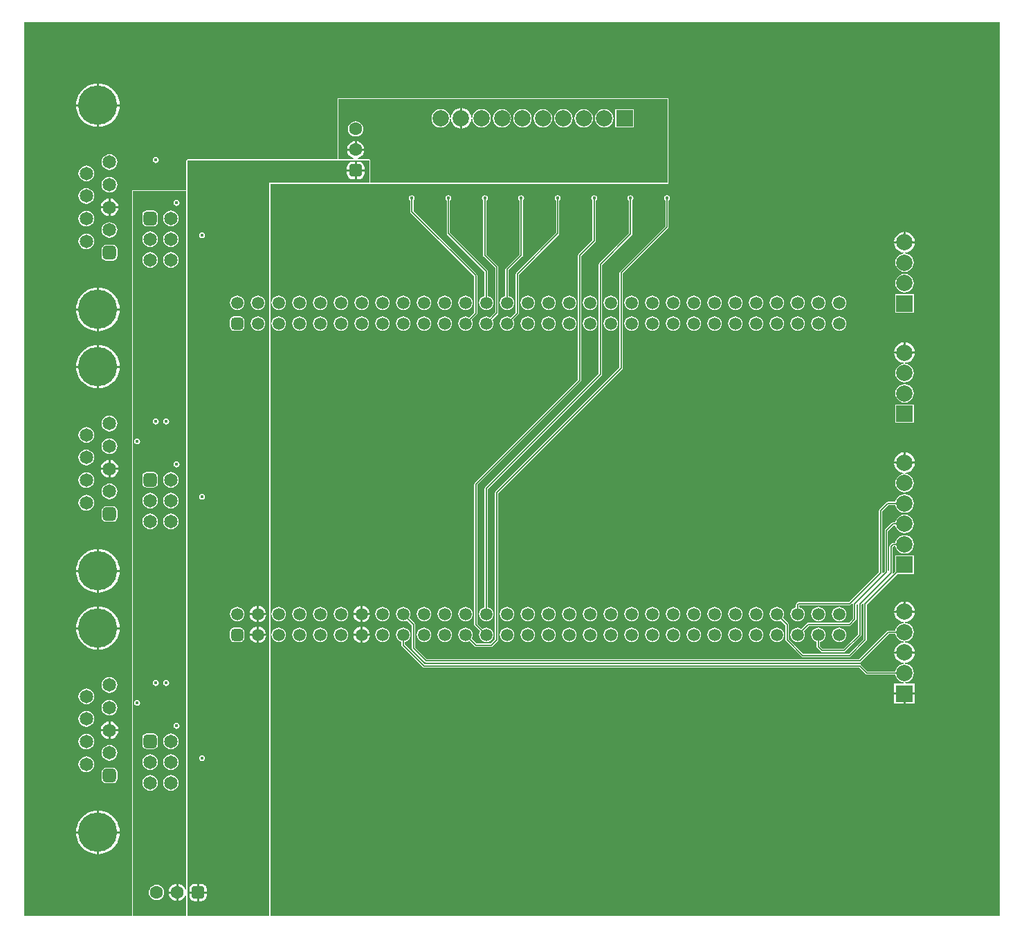
<source format=gbl>
G04*
G04 #@! TF.GenerationSoftware,Altium Limited,Altium Designer,26.1.1 (7)*
G04*
G04 Layer_Physical_Order=4*
G04 Layer_Color=14186556*
%FSLAX44Y44*%
%MOMM*%
G71*
G04*
G04 #@! TF.SameCoordinates,62FD7E26-1796-4D49-8CA8-53D9006279ED*
G04*
G04*
G04 #@! TF.FilePolarity,Positive*
G04*
G01*
G75*
%ADD37C,0.1500*%
G04:AMPARAMS|DCode=38|XSize=1.65mm|YSize=1.65mm|CornerRadius=0.4125mm|HoleSize=0mm|Usage=FLASHONLY|Rotation=270.000|XOffset=0mm|YOffset=0mm|HoleType=Round|Shape=RoundedRectangle|*
%AMROUNDEDRECTD38*
21,1,1.6500,0.8250,0,0,270.0*
21,1,0.8250,1.6500,0,0,270.0*
1,1,0.8250,-0.4125,-0.4125*
1,1,0.8250,-0.4125,0.4125*
1,1,0.8250,0.4125,0.4125*
1,1,0.8250,0.4125,-0.4125*
%
%ADD38ROUNDEDRECTD38*%
%ADD39C,1.6500*%
%ADD40C,4.8000*%
%ADD41C,2.0000*%
%ADD42R,2.0000X2.0000*%
%ADD43C,1.5000*%
G04:AMPARAMS|DCode=44|XSize=1.5mm|YSize=1.5mm|CornerRadius=0.375mm|HoleSize=0mm|Usage=FLASHONLY|Rotation=0.000|XOffset=0mm|YOffset=0mm|HoleType=Round|Shape=RoundedRectangle|*
%AMROUNDEDRECTD44*
21,1,1.5000,0.7500,0,0,0.0*
21,1,0.7500,1.5000,0,0,0.0*
1,1,0.7500,0.3750,-0.3750*
1,1,0.7500,-0.3750,-0.3750*
1,1,0.7500,-0.3750,0.3750*
1,1,0.7500,0.3750,0.3750*
%
%ADD44ROUNDEDRECTD44*%
%ADD45R,2.0000X2.0000*%
G04:AMPARAMS|DCode=46|XSize=1.6mm|YSize=1.6mm|CornerRadius=0.4mm|HoleSize=0mm|Usage=FLASHONLY|Rotation=90.000|XOffset=0mm|YOffset=0mm|HoleType=Round|Shape=RoundedRectangle|*
%AMROUNDEDRECTD46*
21,1,1.6000,0.8000,0,0,90.0*
21,1,0.8000,1.6000,0,0,90.0*
1,1,0.8000,0.4000,0.4000*
1,1,0.8000,0.4000,-0.4000*
1,1,0.8000,-0.4000,-0.4000*
1,1,0.8000,-0.4000,0.4000*
%
%ADD46ROUNDEDRECTD46*%
%ADD47C,1.6000*%
G04:AMPARAMS|DCode=48|XSize=1.6mm|YSize=1.6mm|CornerRadius=0.4mm|HoleSize=0mm|Usage=FLASHONLY|Rotation=180.000|XOffset=0mm|YOffset=0mm|HoleType=Round|Shape=RoundedRectangle|*
%AMROUNDEDRECTD48*
21,1,1.6000,0.8000,0,0,180.0*
21,1,0.8000,1.6000,0,0,180.0*
1,1,0.8000,-0.4000,0.4000*
1,1,0.8000,0.4000,0.4000*
1,1,0.8000,0.4000,-0.4000*
1,1,0.8000,-0.4000,-0.4000*
%
%ADD48ROUNDEDRECTD48*%
%ADD49C,0.4500*%
%ADD50C,3.0000*%
%ADD51C,6.0000*%
G36*
X740000Y900000D02*
X376353D01*
Y927608D01*
X375957Y928565D01*
X375000Y928961D01*
X360602D01*
X360521Y930211D01*
X361146Y930293D01*
X363709Y931355D01*
X365911Y933045D01*
X367601Y935247D01*
X368663Y937811D01*
X368858Y939292D01*
X358394D01*
X347930D01*
X348125Y937811D01*
X349187Y935247D01*
X350877Y933045D01*
X353078Y931355D01*
X355643Y930293D01*
X356267Y930211D01*
X356185Y928961D01*
X337500D01*
Y1002500D01*
X740000D01*
Y900000D01*
D02*
G37*
G36*
X1146942Y3059D02*
X253853Y3059D01*
Y898647D01*
X375000D01*
X375676Y898927D01*
X376353Y898647D01*
X740000D01*
X740957Y899043D01*
X741353Y900000D01*
Y1002500D01*
X740957Y1003457D01*
X740000Y1003853D01*
X337500D01*
X336543Y1003457D01*
X336147Y1002500D01*
Y928961D01*
X152500D01*
X151543Y928565D01*
X151147Y927608D01*
Y891353D01*
X86000D01*
X85043Y890957D01*
X84647Y890000D01*
Y3058D01*
X-46941D01*
X-46941Y1096941D01*
X1146941Y1096941D01*
X1146942Y3059D01*
D02*
G37*
G36*
X151147Y35408D02*
X149897Y35159D01*
X149207Y36825D01*
X147517Y39027D01*
X145316Y40717D01*
X142752Y41779D01*
X141270Y41974D01*
Y31510D01*
Y21046D01*
X142752Y21241D01*
X145316Y22303D01*
X147517Y23993D01*
X149207Y26195D01*
X149897Y27861D01*
X151147Y27612D01*
Y3059D01*
X149897Y3059D01*
X86000Y3058D01*
Y890000D01*
X151147D01*
Y35408D01*
D02*
G37*
G36*
X375000Y900000D02*
X252500D01*
Y3059D01*
X152500D01*
Y927608D01*
X375000D01*
Y900000D01*
D02*
G37*
%LPC*%
G36*
X486230Y991481D02*
X484226Y991217D01*
X481176Y989954D01*
X478556Y987944D01*
X476546Y985324D01*
X475283Y982274D01*
X474980Y979973D01*
X473719D01*
X473461Y981937D01*
X472327Y984674D01*
X470524Y987024D01*
X468174Y988827D01*
X465437Y989960D01*
X462500Y990347D01*
X459563Y989960D01*
X456827Y988827D01*
X454477Y987024D01*
X452673Y984674D01*
X451540Y981937D01*
X451153Y979000D01*
X451540Y976063D01*
X452673Y973326D01*
X454477Y970976D01*
X456827Y969173D01*
X459563Y968040D01*
X462500Y967653D01*
X465437Y968040D01*
X468174Y969173D01*
X470524Y970976D01*
X472327Y973326D01*
X473461Y976063D01*
X473719Y978027D01*
X474980D01*
X475283Y975726D01*
X476546Y972676D01*
X478556Y970056D01*
X481176Y968046D01*
X484226Y966783D01*
X486230Y966519D01*
Y979000D01*
Y991481D01*
D02*
G37*
G36*
X698750Y990250D02*
X676250D01*
Y967750D01*
X698750D01*
Y990250D01*
D02*
G37*
G36*
X662500Y990347D02*
X659563Y989960D01*
X656827Y988827D01*
X654476Y987024D01*
X652673Y984674D01*
X651540Y981937D01*
X651153Y979000D01*
X651540Y976063D01*
X652673Y973326D01*
X654476Y970976D01*
X656827Y969173D01*
X659563Y968040D01*
X662500Y967653D01*
X665437Y968040D01*
X668174Y969173D01*
X670524Y970976D01*
X672327Y973326D01*
X673461Y976063D01*
X673847Y979000D01*
X673461Y981937D01*
X672327Y984674D01*
X670524Y987024D01*
X668174Y988827D01*
X665437Y989960D01*
X662500Y990347D01*
D02*
G37*
G36*
X637500D02*
X634563Y989960D01*
X631827Y988827D01*
X629477Y987024D01*
X627673Y984674D01*
X626540Y981937D01*
X626153Y979000D01*
X626540Y976063D01*
X627673Y973326D01*
X629477Y970976D01*
X631827Y969173D01*
X634563Y968040D01*
X637500Y967653D01*
X640437Y968040D01*
X643174Y969173D01*
X645524Y970976D01*
X647327Y973326D01*
X648461Y976063D01*
X648847Y979000D01*
X648461Y981937D01*
X647327Y984674D01*
X645524Y987024D01*
X643174Y988827D01*
X640437Y989960D01*
X637500Y990347D01*
D02*
G37*
G36*
X612500D02*
X609563Y989960D01*
X606827Y988827D01*
X604477Y987024D01*
X602673Y984674D01*
X601540Y981937D01*
X601153Y979000D01*
X601540Y976063D01*
X602673Y973326D01*
X604477Y970976D01*
X606827Y969173D01*
X609563Y968040D01*
X612500Y967653D01*
X615437Y968040D01*
X618174Y969173D01*
X620524Y970976D01*
X622327Y973326D01*
X623461Y976063D01*
X623847Y979000D01*
X623461Y981937D01*
X622327Y984674D01*
X620524Y987024D01*
X618174Y988827D01*
X615437Y989960D01*
X612500Y990347D01*
D02*
G37*
G36*
X587500D02*
X584563Y989960D01*
X581827Y988827D01*
X579477Y987024D01*
X577673Y984674D01*
X576540Y981937D01*
X576153Y979000D01*
X576540Y976063D01*
X577673Y973326D01*
X579477Y970976D01*
X581827Y969173D01*
X584563Y968040D01*
X587500Y967653D01*
X590437Y968040D01*
X593174Y969173D01*
X595524Y970976D01*
X597327Y973326D01*
X598461Y976063D01*
X598847Y979000D01*
X598461Y981937D01*
X597327Y984674D01*
X595524Y987024D01*
X593174Y988827D01*
X590437Y989960D01*
X587500Y990347D01*
D02*
G37*
G36*
X562500D02*
X559563Y989960D01*
X556827Y988827D01*
X554477Y987024D01*
X552673Y984674D01*
X551540Y981937D01*
X551153Y979000D01*
X551540Y976063D01*
X552673Y973326D01*
X554477Y970976D01*
X556827Y969173D01*
X559563Y968040D01*
X562500Y967653D01*
X565437Y968040D01*
X568174Y969173D01*
X570524Y970976D01*
X572327Y973326D01*
X573461Y976063D01*
X573847Y979000D01*
X573461Y981937D01*
X572327Y984674D01*
X570524Y987024D01*
X568174Y988827D01*
X565437Y989960D01*
X562500Y990347D01*
D02*
G37*
G36*
X537500D02*
X534563Y989960D01*
X531827Y988827D01*
X529477Y987024D01*
X527673Y984674D01*
X526540Y981937D01*
X526153Y979000D01*
X526540Y976063D01*
X527673Y973326D01*
X529477Y970976D01*
X531827Y969173D01*
X534563Y968040D01*
X537500Y967653D01*
X540437Y968040D01*
X543174Y969173D01*
X545524Y970976D01*
X547327Y973326D01*
X548461Y976063D01*
X548847Y979000D01*
X548461Y981937D01*
X547327Y984674D01*
X545524Y987024D01*
X543174Y988827D01*
X540437Y989960D01*
X537500Y990347D01*
D02*
G37*
G36*
X488770Y991481D02*
Y979000D01*
Y966519D01*
X490774Y966783D01*
X493824Y968046D01*
X496444Y970056D01*
X498454Y972676D01*
X499717Y975726D01*
X500020Y978027D01*
X501281D01*
X501540Y976063D01*
X502673Y973326D01*
X504477Y970976D01*
X506827Y969173D01*
X509563Y968040D01*
X512500Y967653D01*
X515437Y968040D01*
X518174Y969173D01*
X520524Y970976D01*
X522327Y973326D01*
X523461Y976063D01*
X523847Y979000D01*
X523461Y981937D01*
X522327Y984674D01*
X520524Y987024D01*
X518174Y988827D01*
X515437Y989960D01*
X512500Y990347D01*
X509563Y989960D01*
X506827Y988827D01*
X504477Y987024D01*
X502673Y984674D01*
X501540Y981937D01*
X501281Y979973D01*
X500020D01*
X499717Y982274D01*
X498454Y985324D01*
X496444Y987944D01*
X493824Y989954D01*
X490774Y991217D01*
X488770Y991481D01*
D02*
G37*
G36*
X358394Y975292D02*
X355979Y974974D01*
X353729Y974042D01*
X351797Y972559D01*
X350314Y970627D01*
X349382Y968377D01*
X349064Y965962D01*
X349382Y963547D01*
X350314Y961297D01*
X351797Y959365D01*
X353729Y957882D01*
X355979Y956950D01*
X358394Y956632D01*
X360809Y956950D01*
X363059Y957882D01*
X364991Y959365D01*
X366474Y961297D01*
X367406Y963547D01*
X367724Y965962D01*
X367406Y968377D01*
X366474Y970627D01*
X364991Y972559D01*
X363059Y974042D01*
X360809Y974974D01*
X358394Y975292D01*
D02*
G37*
G36*
X359664Y951026D02*
Y941832D01*
X368858D01*
X368663Y943314D01*
X367601Y945878D01*
X365911Y948079D01*
X363709Y949769D01*
X361146Y950831D01*
X359664Y951026D01*
D02*
G37*
G36*
X357124D02*
X355643Y950831D01*
X353078Y949769D01*
X350877Y948079D01*
X349187Y945878D01*
X348125Y943314D01*
X347930Y941832D01*
X357124D01*
Y951026D01*
D02*
G37*
G36*
X44270Y1021522D02*
Y996270D01*
X69522D01*
X69295Y999165D01*
X68319Y1003227D01*
X66721Y1007086D01*
X64538Y1010648D01*
X61825Y1013825D01*
X58648Y1016538D01*
X55086Y1018720D01*
X51227Y1020319D01*
X47165Y1021294D01*
X44270Y1021522D01*
D02*
G37*
G36*
X41730D02*
X38836Y1021294D01*
X34774Y1020319D01*
X30914Y1018720D01*
X27352Y1016538D01*
X24176Y1013825D01*
X21463Y1010648D01*
X19280Y1007086D01*
X17681Y1003227D01*
X16706Y999165D01*
X16478Y996270D01*
X41730D01*
Y1021522D01*
D02*
G37*
G36*
X69522Y993730D02*
X44270D01*
Y968478D01*
X47165Y968706D01*
X51227Y969681D01*
X55086Y971280D01*
X58648Y973462D01*
X61825Y976175D01*
X64538Y979352D01*
X66721Y982914D01*
X68319Y986773D01*
X69295Y990835D01*
X69522Y993730D01*
D02*
G37*
G36*
X41730D02*
X16478D01*
X16706Y990835D01*
X17681Y986773D01*
X19280Y982914D01*
X21463Y979352D01*
X24176Y976175D01*
X27352Y973462D01*
X30914Y971280D01*
X34774Y969681D01*
X38836Y968706D01*
X41730Y968478D01*
Y993730D01*
D02*
G37*
G36*
X113960Y931449D02*
X112594Y931177D01*
X111437Y930404D01*
X110663Y929246D01*
X110391Y927880D01*
X110663Y926515D01*
X111437Y925357D01*
X112594Y924583D01*
X113960Y924312D01*
X115326Y924583D01*
X116483Y925357D01*
X117257Y926515D01*
X117528Y927880D01*
X117257Y929246D01*
X116483Y930404D01*
X115326Y931177D01*
X113960Y931449D01*
D02*
G37*
G36*
X57200Y934982D02*
X54720Y934656D01*
X52409Y933698D01*
X50425Y932176D01*
X48902Y930191D01*
X47945Y927880D01*
X47618Y925400D01*
X47945Y922920D01*
X48902Y920609D01*
X50425Y918625D01*
X52409Y917102D01*
X54720Y916145D01*
X57200Y915818D01*
X59680Y916145D01*
X61991Y917102D01*
X63976Y918625D01*
X65498Y920609D01*
X66456Y922920D01*
X66782Y925400D01*
X66456Y927880D01*
X65498Y930191D01*
X63976Y932176D01*
X61991Y933698D01*
X59680Y934656D01*
X57200Y934982D01*
D02*
G37*
G36*
X28800Y921132D02*
X26320Y920806D01*
X24009Y919848D01*
X22025Y918326D01*
X20502Y916341D01*
X19545Y914030D01*
X19218Y911550D01*
X19545Y909070D01*
X20502Y906759D01*
X22025Y904775D01*
X24009Y903252D01*
X26320Y902295D01*
X28800Y901968D01*
X31280Y902295D01*
X33591Y903252D01*
X35576Y904775D01*
X37099Y906759D01*
X38056Y909070D01*
X38382Y911550D01*
X38056Y914030D01*
X37099Y916341D01*
X35576Y918326D01*
X33591Y919848D01*
X31280Y920806D01*
X28800Y921132D01*
D02*
G37*
G36*
X57200Y907282D02*
X54720Y906955D01*
X52409Y905998D01*
X50425Y904475D01*
X48902Y902491D01*
X47945Y900180D01*
X47618Y897700D01*
X47945Y895220D01*
X48902Y892909D01*
X50425Y890925D01*
X52409Y889402D01*
X54720Y888445D01*
X57200Y888118D01*
X59680Y888445D01*
X61991Y889402D01*
X63976Y890925D01*
X65498Y892909D01*
X66456Y895220D01*
X66782Y897700D01*
X66456Y900180D01*
X65498Y902491D01*
X63976Y904475D01*
X61991Y905998D01*
X59680Y906955D01*
X57200Y907282D01*
D02*
G37*
G36*
X28800Y893432D02*
X26320Y893106D01*
X24009Y892148D01*
X22025Y890626D01*
X20502Y888641D01*
X19545Y886330D01*
X19218Y883850D01*
X19545Y881370D01*
X20502Y879059D01*
X22025Y877075D01*
X24009Y875552D01*
X26320Y874595D01*
X28800Y874268D01*
X31280Y874595D01*
X33591Y875552D01*
X35576Y877075D01*
X37099Y879059D01*
X38056Y881370D01*
X38382Y883850D01*
X38056Y886330D01*
X37099Y888641D01*
X35576Y890626D01*
X33591Y892148D01*
X31280Y893106D01*
X28800Y893432D01*
D02*
G37*
G36*
X58470Y880716D02*
Y871270D01*
X67916D01*
X67712Y872817D01*
X66625Y875442D01*
X64896Y877696D01*
X62642Y879425D01*
X60017Y880512D01*
X58470Y880716D01*
D02*
G37*
G36*
X55930D02*
X54384Y880512D01*
X51759Y879425D01*
X49505Y877696D01*
X47775Y875442D01*
X46688Y872817D01*
X46484Y871270D01*
X55930D01*
Y880716D01*
D02*
G37*
G36*
X67916Y868730D02*
X58470D01*
Y859284D01*
X60017Y859488D01*
X62642Y860575D01*
X64896Y862305D01*
X66625Y864558D01*
X67712Y867183D01*
X67916Y868730D01*
D02*
G37*
G36*
X55930D02*
X46484D01*
X46688Y867183D01*
X47775Y864558D01*
X49505Y862305D01*
X51759Y860575D01*
X54384Y859488D01*
X55930Y859284D01*
Y868730D01*
D02*
G37*
G36*
X28800Y865732D02*
X26320Y865406D01*
X24009Y864448D01*
X22025Y862925D01*
X20502Y860941D01*
X19545Y858630D01*
X19218Y856150D01*
X19545Y853670D01*
X20502Y851359D01*
X22025Y849375D01*
X24009Y847852D01*
X26320Y846895D01*
X28800Y846568D01*
X31280Y846895D01*
X33591Y847852D01*
X35576Y849375D01*
X37099Y851359D01*
X38056Y853670D01*
X38382Y856150D01*
X38056Y858630D01*
X37099Y860941D01*
X35576Y862925D01*
X33591Y864448D01*
X31280Y865406D01*
X28800Y865732D01*
D02*
G37*
G36*
X57200Y851882D02*
X54720Y851555D01*
X52409Y850598D01*
X50425Y849075D01*
X48902Y847091D01*
X47945Y844780D01*
X47618Y842300D01*
X47945Y839820D01*
X48902Y837509D01*
X50425Y835525D01*
X52409Y834002D01*
X54720Y833045D01*
X57200Y832718D01*
X59680Y833045D01*
X61991Y834002D01*
X63976Y835525D01*
X65498Y837509D01*
X66456Y839820D01*
X66782Y842300D01*
X66456Y844780D01*
X65498Y847091D01*
X63976Y849075D01*
X61991Y850598D01*
X59680Y851555D01*
X57200Y851882D01*
D02*
G37*
G36*
X1031270Y839781D02*
Y828570D01*
X1042481D01*
X1042217Y830574D01*
X1040954Y833624D01*
X1038944Y836244D01*
X1036324Y838254D01*
X1033274Y839517D01*
X1031270Y839781D01*
D02*
G37*
G36*
X1028730Y839781D02*
X1026727Y839517D01*
X1023676Y838254D01*
X1021057Y836244D01*
X1019046Y833624D01*
X1017783Y830574D01*
X1017519Y828570D01*
X1028730D01*
Y839781D01*
D02*
G37*
G36*
X28800Y838032D02*
X26320Y837706D01*
X24009Y836748D01*
X22025Y835226D01*
X20502Y833241D01*
X19545Y830930D01*
X19218Y828450D01*
X19545Y825970D01*
X20502Y823659D01*
X22025Y821675D01*
X24009Y820152D01*
X26320Y819195D01*
X28800Y818868D01*
X31280Y819195D01*
X33591Y820152D01*
X35576Y821675D01*
X37099Y823659D01*
X38056Y825970D01*
X38382Y828450D01*
X38056Y830930D01*
X37099Y833241D01*
X35576Y835226D01*
X33591Y836748D01*
X31280Y837706D01*
X28800Y838032D01*
D02*
G37*
G36*
X61325Y824205D02*
X53075D01*
X50978Y823788D01*
X49200Y822600D01*
X48012Y820822D01*
X47595Y818725D01*
Y810475D01*
X48012Y808378D01*
X49200Y806600D01*
X50978Y805412D01*
X53075Y804995D01*
X61325D01*
X63422Y805412D01*
X65200Y806600D01*
X66388Y808378D01*
X66806Y810475D01*
Y818725D01*
X66388Y820822D01*
X65200Y822600D01*
X63422Y823788D01*
X61325Y824205D01*
D02*
G37*
G36*
X1042481Y826030D02*
X1030000D01*
X1017519D01*
X1017783Y824026D01*
X1019046Y820976D01*
X1021057Y818356D01*
X1023676Y816346D01*
X1026727Y815083D01*
X1029027Y814780D01*
Y813519D01*
X1027063Y813260D01*
X1024327Y812127D01*
X1021976Y810324D01*
X1020173Y807974D01*
X1019040Y805237D01*
X1018653Y802300D01*
X1019040Y799363D01*
X1020173Y796627D01*
X1021976Y794276D01*
X1024327Y792473D01*
X1027063Y791340D01*
X1030000Y790953D01*
X1032937Y791340D01*
X1035674Y792473D01*
X1038024Y794276D01*
X1039827Y796627D01*
X1040961Y799363D01*
X1041347Y802300D01*
X1040961Y805237D01*
X1039827Y807974D01*
X1038024Y810324D01*
X1035674Y812127D01*
X1032937Y813260D01*
X1030973Y813519D01*
Y814780D01*
X1033274Y815083D01*
X1036324Y816346D01*
X1038944Y818356D01*
X1040954Y820976D01*
X1042217Y824026D01*
X1042481Y826030D01*
D02*
G37*
G36*
X1030000Y788647D02*
X1027063Y788260D01*
X1024327Y787127D01*
X1021976Y785324D01*
X1020173Y782974D01*
X1019040Y780237D01*
X1018653Y777300D01*
X1019040Y774363D01*
X1020173Y771627D01*
X1021976Y769276D01*
X1024327Y767473D01*
X1027063Y766340D01*
X1030000Y765953D01*
X1032937Y766340D01*
X1035674Y767473D01*
X1038024Y769276D01*
X1039827Y771627D01*
X1040961Y774363D01*
X1041347Y777300D01*
X1040961Y780237D01*
X1039827Y782974D01*
X1038024Y785324D01*
X1035674Y787127D01*
X1032937Y788260D01*
X1030000Y788647D01*
D02*
G37*
G36*
X44270Y771522D02*
Y746270D01*
X69522D01*
X69295Y749165D01*
X68319Y753227D01*
X66721Y757086D01*
X64538Y760648D01*
X61825Y763825D01*
X58648Y766538D01*
X55086Y768720D01*
X51227Y770319D01*
X47165Y771294D01*
X44270Y771522D01*
D02*
G37*
G36*
X41730D02*
X38836Y771294D01*
X34774Y770319D01*
X30914Y768720D01*
X27352Y766538D01*
X24176Y763825D01*
X21463Y760648D01*
X19280Y757086D01*
X17681Y753227D01*
X16706Y749165D01*
X16478Y746270D01*
X41730D01*
Y771522D01*
D02*
G37*
G36*
X950000Y762026D02*
X947716Y761725D01*
X945587Y760843D01*
X943760Y759441D01*
X942357Y757613D01*
X941475Y755484D01*
X941175Y753200D01*
X941475Y750916D01*
X942357Y748787D01*
X943760Y746959D01*
X945587Y745557D01*
X947716Y744675D01*
X950000Y744374D01*
X952284Y744675D01*
X954413Y745557D01*
X956241Y746959D01*
X957643Y748787D01*
X958525Y750916D01*
X958826Y753200D01*
X958525Y755484D01*
X957643Y757613D01*
X956241Y759441D01*
X954413Y760843D01*
X952284Y761725D01*
X950000Y762026D01*
D02*
G37*
G36*
X924600D02*
X922316Y761725D01*
X920187Y760843D01*
X918360Y759441D01*
X916957Y757613D01*
X916075Y755484D01*
X915775Y753200D01*
X916075Y750916D01*
X916957Y748787D01*
X918360Y746959D01*
X920187Y745557D01*
X922316Y744675D01*
X924600Y744374D01*
X926884Y744675D01*
X929013Y745557D01*
X930841Y746959D01*
X932243Y748787D01*
X933125Y750916D01*
X933426Y753200D01*
X933125Y755484D01*
X932243Y757613D01*
X930841Y759441D01*
X929013Y760843D01*
X926884Y761725D01*
X924600Y762026D01*
D02*
G37*
G36*
X899200D02*
X896916Y761725D01*
X894787Y760843D01*
X892960Y759441D01*
X891557Y757613D01*
X890675Y755484D01*
X890375Y753200D01*
X890675Y750916D01*
X891557Y748787D01*
X892960Y746959D01*
X894787Y745557D01*
X896916Y744675D01*
X899200Y744374D01*
X901484Y744675D01*
X903613Y745557D01*
X905441Y746959D01*
X906843Y748787D01*
X907725Y750916D01*
X908026Y753200D01*
X907725Y755484D01*
X906843Y757613D01*
X905441Y759441D01*
X903613Y760843D01*
X901484Y761725D01*
X899200Y762026D01*
D02*
G37*
G36*
X873800D02*
X871516Y761725D01*
X869387Y760843D01*
X867560Y759441D01*
X866157Y757613D01*
X865275Y755484D01*
X864975Y753200D01*
X865275Y750916D01*
X866157Y748787D01*
X867560Y746959D01*
X869387Y745557D01*
X871516Y744675D01*
X873800Y744374D01*
X876084Y744675D01*
X878213Y745557D01*
X880041Y746959D01*
X881443Y748787D01*
X882325Y750916D01*
X882626Y753200D01*
X882325Y755484D01*
X881443Y757613D01*
X880041Y759441D01*
X878213Y760843D01*
X876084Y761725D01*
X873800Y762026D01*
D02*
G37*
G36*
X848400D02*
X846116Y761725D01*
X843987Y760843D01*
X842160Y759441D01*
X840757Y757613D01*
X839875Y755484D01*
X839575Y753200D01*
X839875Y750916D01*
X840757Y748787D01*
X842160Y746959D01*
X843987Y745557D01*
X846116Y744675D01*
X848400Y744374D01*
X850684Y744675D01*
X852813Y745557D01*
X854641Y746959D01*
X856043Y748787D01*
X856925Y750916D01*
X857226Y753200D01*
X856925Y755484D01*
X856043Y757613D01*
X854641Y759441D01*
X852813Y760843D01*
X850684Y761725D01*
X848400Y762026D01*
D02*
G37*
G36*
X823000D02*
X820716Y761725D01*
X818587Y760843D01*
X816759Y759441D01*
X815357Y757613D01*
X814475Y755484D01*
X814175Y753200D01*
X814475Y750916D01*
X815357Y748787D01*
X816759Y746959D01*
X818587Y745557D01*
X820716Y744675D01*
X823000Y744374D01*
X825284Y744675D01*
X827413Y745557D01*
X829241Y746959D01*
X830643Y748787D01*
X831525Y750916D01*
X831826Y753200D01*
X831525Y755484D01*
X830643Y757613D01*
X829241Y759441D01*
X827413Y760843D01*
X825284Y761725D01*
X823000Y762026D01*
D02*
G37*
G36*
X797600D02*
X795316Y761725D01*
X793187Y760843D01*
X791359Y759441D01*
X789957Y757613D01*
X789075Y755484D01*
X788775Y753200D01*
X789075Y750916D01*
X789957Y748787D01*
X791359Y746959D01*
X793187Y745557D01*
X795316Y744675D01*
X797600Y744374D01*
X799884Y744675D01*
X802013Y745557D01*
X803841Y746959D01*
X805243Y748787D01*
X806125Y750916D01*
X806426Y753200D01*
X806125Y755484D01*
X805243Y757613D01*
X803841Y759441D01*
X802013Y760843D01*
X799884Y761725D01*
X797600Y762026D01*
D02*
G37*
G36*
X772200D02*
X769916Y761725D01*
X767787Y760843D01*
X765959Y759441D01*
X764557Y757613D01*
X763675Y755484D01*
X763375Y753200D01*
X763675Y750916D01*
X764557Y748787D01*
X765959Y746959D01*
X767787Y745557D01*
X769916Y744675D01*
X772200Y744374D01*
X774484Y744675D01*
X776613Y745557D01*
X778441Y746959D01*
X779843Y748787D01*
X780725Y750916D01*
X781026Y753200D01*
X780725Y755484D01*
X779843Y757613D01*
X778441Y759441D01*
X776613Y760843D01*
X774484Y761725D01*
X772200Y762026D01*
D02*
G37*
G36*
X746800D02*
X744516Y761725D01*
X742387Y760843D01*
X740559Y759441D01*
X739157Y757613D01*
X738275Y755484D01*
X737975Y753200D01*
X738275Y750916D01*
X739157Y748787D01*
X740559Y746959D01*
X742387Y745557D01*
X744516Y744675D01*
X746800Y744374D01*
X749084Y744675D01*
X751213Y745557D01*
X753041Y746959D01*
X754443Y748787D01*
X755325Y750916D01*
X755626Y753200D01*
X755325Y755484D01*
X754443Y757613D01*
X753041Y759441D01*
X751213Y760843D01*
X749084Y761725D01*
X746800Y762026D01*
D02*
G37*
G36*
X721400D02*
X719116Y761725D01*
X716987Y760843D01*
X715160Y759441D01*
X713757Y757613D01*
X712875Y755484D01*
X712575Y753200D01*
X712875Y750916D01*
X713757Y748787D01*
X715160Y746959D01*
X716987Y745557D01*
X719116Y744675D01*
X721400Y744374D01*
X723684Y744675D01*
X725813Y745557D01*
X727641Y746959D01*
X729043Y748787D01*
X729925Y750916D01*
X730226Y753200D01*
X729925Y755484D01*
X729043Y757613D01*
X727641Y759441D01*
X725813Y760843D01*
X723684Y761725D01*
X721400Y762026D01*
D02*
G37*
G36*
X696000D02*
X693716Y761725D01*
X691587Y760843D01*
X689760Y759441D01*
X688357Y757613D01*
X687475Y755484D01*
X687175Y753200D01*
X687475Y750916D01*
X688357Y748787D01*
X689760Y746959D01*
X691587Y745557D01*
X693716Y744675D01*
X696000Y744374D01*
X698284Y744675D01*
X700413Y745557D01*
X702241Y746959D01*
X703643Y748787D01*
X704525Y750916D01*
X704826Y753200D01*
X704525Y755484D01*
X703643Y757613D01*
X702241Y759441D01*
X700413Y760843D01*
X698284Y761725D01*
X696000Y762026D01*
D02*
G37*
G36*
X670600D02*
X668316Y761725D01*
X666187Y760843D01*
X664360Y759441D01*
X662957Y757613D01*
X662075Y755484D01*
X661775Y753200D01*
X662075Y750916D01*
X662957Y748787D01*
X664360Y746959D01*
X666187Y745557D01*
X668316Y744675D01*
X670600Y744374D01*
X672884Y744675D01*
X675013Y745557D01*
X676841Y746959D01*
X678243Y748787D01*
X679125Y750916D01*
X679426Y753200D01*
X679125Y755484D01*
X678243Y757613D01*
X676841Y759441D01*
X675013Y760843D01*
X672884Y761725D01*
X670600Y762026D01*
D02*
G37*
G36*
X645200D02*
X642916Y761725D01*
X640787Y760843D01*
X638960Y759441D01*
X637557Y757613D01*
X636675Y755484D01*
X636375Y753200D01*
X636675Y750916D01*
X637557Y748787D01*
X638960Y746959D01*
X640787Y745557D01*
X642916Y744675D01*
X645200Y744374D01*
X647484Y744675D01*
X649613Y745557D01*
X651441Y746959D01*
X652843Y748787D01*
X653725Y750916D01*
X654026Y753200D01*
X653725Y755484D01*
X652843Y757613D01*
X651441Y759441D01*
X649613Y760843D01*
X647484Y761725D01*
X645200Y762026D01*
D02*
G37*
G36*
X619800D02*
X617516Y761725D01*
X615387Y760843D01*
X613559Y759441D01*
X612157Y757613D01*
X611275Y755484D01*
X610975Y753200D01*
X611275Y750916D01*
X612157Y748787D01*
X613559Y746959D01*
X615387Y745557D01*
X617516Y744675D01*
X619800Y744374D01*
X622084Y744675D01*
X624213Y745557D01*
X626041Y746959D01*
X627443Y748787D01*
X628325Y750916D01*
X628626Y753200D01*
X628325Y755484D01*
X627443Y757613D01*
X626041Y759441D01*
X624213Y760843D01*
X622084Y761725D01*
X619800Y762026D01*
D02*
G37*
G36*
X594400D02*
X592116Y761725D01*
X589987Y760843D01*
X588159Y759441D01*
X586757Y757613D01*
X585875Y755484D01*
X585575Y753200D01*
X585875Y750916D01*
X586757Y748787D01*
X588159Y746959D01*
X589987Y745557D01*
X592116Y744675D01*
X594400Y744374D01*
X596684Y744675D01*
X598813Y745557D01*
X600641Y746959D01*
X602043Y748787D01*
X602925Y750916D01*
X603226Y753200D01*
X602925Y755484D01*
X602043Y757613D01*
X600641Y759441D01*
X598813Y760843D01*
X596684Y761725D01*
X594400Y762026D01*
D02*
G37*
G36*
X569000D02*
X566716Y761725D01*
X564587Y760843D01*
X562760Y759441D01*
X561357Y757613D01*
X560475Y755484D01*
X560175Y753200D01*
X560475Y750916D01*
X561357Y748787D01*
X562760Y746959D01*
X564587Y745557D01*
X566716Y744675D01*
X569000Y744374D01*
X571284Y744675D01*
X573413Y745557D01*
X575241Y746959D01*
X576643Y748787D01*
X577525Y750916D01*
X577826Y753200D01*
X577525Y755484D01*
X576643Y757613D01*
X575241Y759441D01*
X573413Y760843D01*
X571284Y761725D01*
X569000Y762026D01*
D02*
G37*
G36*
X560998Y884819D02*
X559632Y884547D01*
X558474Y883773D01*
X557701Y882616D01*
X557429Y881250D01*
X557701Y879884D01*
X558474Y878727D01*
X558958Y878403D01*
Y812250D01*
X542158Y795450D01*
X541716Y794788D01*
X541561Y794008D01*
Y761757D01*
X541316Y761725D01*
X539187Y760843D01*
X537360Y759441D01*
X535957Y757613D01*
X535075Y755484D01*
X534775Y753200D01*
X535075Y750916D01*
X535957Y748787D01*
X537360Y746959D01*
X539187Y745557D01*
X541316Y744675D01*
X543600Y744374D01*
X545884Y744675D01*
X548013Y745557D01*
X549841Y746959D01*
X551243Y748787D01*
X552125Y750916D01*
X552426Y753200D01*
X552125Y755484D01*
X551243Y757613D01*
X549841Y759441D01*
X548013Y760843D01*
X545884Y761725D01*
X545639Y761757D01*
Y793163D01*
X562439Y809963D01*
X562439Y809963D01*
X562881Y810625D01*
X563037Y811405D01*
X563037Y811405D01*
Y878403D01*
X563521Y878727D01*
X564294Y879884D01*
X564566Y881250D01*
X564294Y882616D01*
X563521Y883773D01*
X562363Y884547D01*
X560998Y884819D01*
D02*
G37*
G36*
X471799D02*
X470434Y884547D01*
X469276Y883773D01*
X468502Y882616D01*
X468231Y881250D01*
X468502Y879884D01*
X469276Y878727D01*
X469760Y878403D01*
Y838075D01*
X469915Y837294D01*
X470357Y836633D01*
X516161Y790829D01*
Y761757D01*
X515916Y761725D01*
X513787Y760843D01*
X511959Y759441D01*
X510557Y757613D01*
X509675Y755484D01*
X509375Y753200D01*
X509675Y750916D01*
X510557Y748787D01*
X511959Y746959D01*
X513787Y745557D01*
X515916Y744675D01*
X518200Y744374D01*
X520484Y744675D01*
X522613Y745557D01*
X524441Y746959D01*
X525843Y748787D01*
X526725Y750916D01*
X527026Y753200D01*
X526725Y755484D01*
X525843Y757613D01*
X524441Y759441D01*
X522613Y760843D01*
X520484Y761725D01*
X520239Y761757D01*
Y791674D01*
X520239Y791674D01*
X520084Y792454D01*
X519642Y793116D01*
X473838Y838920D01*
Y878403D01*
X474323Y878727D01*
X475096Y879884D01*
X475368Y881250D01*
X475096Y882616D01*
X474323Y883773D01*
X473165Y884547D01*
X471799Y884819D01*
D02*
G37*
G36*
X492800Y762026D02*
X490516Y761725D01*
X488387Y760843D01*
X486559Y759441D01*
X485157Y757613D01*
X484275Y755484D01*
X483975Y753200D01*
X484275Y750916D01*
X485157Y748787D01*
X486559Y746959D01*
X488387Y745557D01*
X490516Y744675D01*
X492800Y744374D01*
X495084Y744675D01*
X497213Y745557D01*
X499041Y746959D01*
X500443Y748787D01*
X501325Y750916D01*
X501626Y753200D01*
X501325Y755484D01*
X500443Y757613D01*
X499041Y759441D01*
X497213Y760843D01*
X495084Y761725D01*
X492800Y762026D01*
D02*
G37*
G36*
X467400D02*
X465116Y761725D01*
X462987Y760843D01*
X461160Y759441D01*
X459757Y757613D01*
X458875Y755484D01*
X458575Y753200D01*
X458875Y750916D01*
X459757Y748787D01*
X461160Y746959D01*
X462987Y745557D01*
X465116Y744675D01*
X467400Y744374D01*
X469684Y744675D01*
X471813Y745557D01*
X473641Y746959D01*
X475043Y748787D01*
X475925Y750916D01*
X476226Y753200D01*
X475925Y755484D01*
X475043Y757613D01*
X473641Y759441D01*
X471813Y760843D01*
X469684Y761725D01*
X467400Y762026D01*
D02*
G37*
G36*
X442000D02*
X439716Y761725D01*
X437587Y760843D01*
X435760Y759441D01*
X434357Y757613D01*
X433475Y755484D01*
X433175Y753200D01*
X433475Y750916D01*
X434357Y748787D01*
X435760Y746959D01*
X437587Y745557D01*
X439716Y744675D01*
X442000Y744374D01*
X444284Y744675D01*
X446413Y745557D01*
X448241Y746959D01*
X449643Y748787D01*
X450525Y750916D01*
X450826Y753200D01*
X450525Y755484D01*
X449643Y757613D01*
X448241Y759441D01*
X446413Y760843D01*
X444284Y761725D01*
X442000Y762026D01*
D02*
G37*
G36*
X416600D02*
X414316Y761725D01*
X412187Y760843D01*
X410359Y759441D01*
X408957Y757613D01*
X408075Y755484D01*
X407775Y753200D01*
X408075Y750916D01*
X408957Y748787D01*
X410359Y746959D01*
X412187Y745557D01*
X414316Y744675D01*
X416600Y744374D01*
X418884Y744675D01*
X421013Y745557D01*
X422841Y746959D01*
X424243Y748787D01*
X425125Y750916D01*
X425426Y753200D01*
X425125Y755484D01*
X424243Y757613D01*
X422841Y759441D01*
X421013Y760843D01*
X418884Y761725D01*
X416600Y762026D01*
D02*
G37*
G36*
X391200D02*
X388916Y761725D01*
X386787Y760843D01*
X384959Y759441D01*
X383557Y757613D01*
X382675Y755484D01*
X382375Y753200D01*
X382675Y750916D01*
X383557Y748787D01*
X384959Y746959D01*
X386787Y745557D01*
X388916Y744675D01*
X391200Y744374D01*
X393484Y744675D01*
X395613Y745557D01*
X397441Y746959D01*
X398843Y748787D01*
X399725Y750916D01*
X400026Y753200D01*
X399725Y755484D01*
X398843Y757613D01*
X397441Y759441D01*
X395613Y760843D01*
X393484Y761725D01*
X391200Y762026D01*
D02*
G37*
G36*
X365800D02*
X363516Y761725D01*
X361387Y760843D01*
X359560Y759441D01*
X358157Y757613D01*
X357275Y755484D01*
X356975Y753200D01*
X357275Y750916D01*
X358157Y748787D01*
X359560Y746959D01*
X361387Y745557D01*
X363516Y744675D01*
X365800Y744374D01*
X368084Y744675D01*
X370213Y745557D01*
X372041Y746959D01*
X373443Y748787D01*
X374325Y750916D01*
X374626Y753200D01*
X374325Y755484D01*
X373443Y757613D01*
X372041Y759441D01*
X370213Y760843D01*
X368084Y761725D01*
X365800Y762026D01*
D02*
G37*
G36*
X340400D02*
X338116Y761725D01*
X335987Y760843D01*
X334160Y759441D01*
X332757Y757613D01*
X331875Y755484D01*
X331575Y753200D01*
X331875Y750916D01*
X332757Y748787D01*
X334160Y746959D01*
X335987Y745557D01*
X338116Y744675D01*
X340400Y744374D01*
X342684Y744675D01*
X344813Y745557D01*
X346641Y746959D01*
X348043Y748787D01*
X348925Y750916D01*
X349226Y753200D01*
X348925Y755484D01*
X348043Y757613D01*
X346641Y759441D01*
X344813Y760843D01*
X342684Y761725D01*
X340400Y762026D01*
D02*
G37*
G36*
X315000D02*
X312716Y761725D01*
X310587Y760843D01*
X308759Y759441D01*
X307357Y757613D01*
X306475Y755484D01*
X306175Y753200D01*
X306475Y750916D01*
X307357Y748787D01*
X308759Y746959D01*
X310587Y745557D01*
X312716Y744675D01*
X315000Y744374D01*
X317284Y744675D01*
X319413Y745557D01*
X321241Y746959D01*
X322643Y748787D01*
X323525Y750916D01*
X323826Y753200D01*
X323525Y755484D01*
X322643Y757613D01*
X321241Y759441D01*
X319413Y760843D01*
X317284Y761725D01*
X315000Y762026D01*
D02*
G37*
G36*
X289600D02*
X287316Y761725D01*
X285187Y760843D01*
X283360Y759441D01*
X281957Y757613D01*
X281075Y755484D01*
X280775Y753200D01*
X281075Y750916D01*
X281957Y748787D01*
X283360Y746959D01*
X285187Y745557D01*
X287316Y744675D01*
X289600Y744374D01*
X291884Y744675D01*
X294013Y745557D01*
X295841Y746959D01*
X297243Y748787D01*
X298125Y750916D01*
X298426Y753200D01*
X298125Y755484D01*
X297243Y757613D01*
X295841Y759441D01*
X294013Y760843D01*
X291884Y761725D01*
X289600Y762026D01*
D02*
G37*
G36*
X264200D02*
X261916Y761725D01*
X259787Y760843D01*
X257959Y759441D01*
X256557Y757613D01*
X255675Y755484D01*
X255375Y753200D01*
X255675Y750916D01*
X256557Y748787D01*
X257959Y746959D01*
X259787Y745557D01*
X261916Y744675D01*
X264200Y744374D01*
X266484Y744675D01*
X268613Y745557D01*
X270441Y746959D01*
X271843Y748787D01*
X272725Y750916D01*
X273026Y753200D01*
X272725Y755484D01*
X271843Y757613D01*
X270441Y759441D01*
X268613Y760843D01*
X266484Y761725D01*
X264200Y762026D01*
D02*
G37*
G36*
X1041250Y763550D02*
X1018750D01*
Y741050D01*
X1041250D01*
Y763550D01*
D02*
G37*
G36*
X516398Y884819D02*
X515033Y884547D01*
X513875Y883773D01*
X513101Y882616D01*
X512830Y881250D01*
X513101Y879884D01*
X513875Y878727D01*
X514359Y878403D01*
Y811436D01*
X514514Y810656D01*
X514956Y809994D01*
X529075Y795876D01*
Y741559D01*
X522809Y735293D01*
X522613Y735443D01*
X520484Y736325D01*
X518200Y736626D01*
X515916Y736325D01*
X513787Y735443D01*
X511959Y734041D01*
X510557Y732213D01*
X509675Y730084D01*
X509375Y727800D01*
X509675Y725516D01*
X510557Y723387D01*
X511959Y721559D01*
X513787Y720157D01*
X515916Y719275D01*
X518200Y718975D01*
X520484Y719275D01*
X522613Y720157D01*
X524441Y721559D01*
X525843Y723387D01*
X526725Y725516D01*
X527026Y727800D01*
X526725Y730084D01*
X525843Y732213D01*
X525693Y732409D01*
X532556Y739272D01*
X532556Y739272D01*
X532998Y739934D01*
X533153Y740714D01*
Y796720D01*
X533153Y796721D01*
X532998Y797501D01*
X532556Y798162D01*
X532556Y798163D01*
X518438Y812281D01*
Y878403D01*
X518922Y878727D01*
X519695Y879884D01*
X519967Y881250D01*
X519695Y882616D01*
X518922Y883773D01*
X517764Y884547D01*
X516398Y884819D01*
D02*
G37*
G36*
X605597D02*
X604231Y884547D01*
X603073Y883773D01*
X602300Y882616D01*
X602028Y881250D01*
X602300Y879884D01*
X603073Y878727D01*
X603557Y878403D01*
Y838888D01*
X554858Y790189D01*
X554416Y789528D01*
X554261Y788747D01*
Y741345D01*
X548209Y735293D01*
X548013Y735443D01*
X545884Y736325D01*
X543600Y736626D01*
X541316Y736325D01*
X539187Y735443D01*
X537360Y734041D01*
X535957Y732213D01*
X535075Y730084D01*
X534775Y727800D01*
X535075Y725516D01*
X535957Y723387D01*
X537360Y721559D01*
X539187Y720157D01*
X541316Y719275D01*
X543600Y718975D01*
X545884Y719275D01*
X548013Y720157D01*
X549841Y721559D01*
X551243Y723387D01*
X552125Y725516D01*
X552426Y727800D01*
X552125Y730084D01*
X551243Y732213D01*
X551093Y732409D01*
X557742Y739058D01*
X557742Y739058D01*
X558184Y739720D01*
X558339Y740500D01*
X558339Y740500D01*
Y787903D01*
X607038Y836602D01*
X607038Y836602D01*
X607481Y837263D01*
X607636Y838044D01*
X607636Y838044D01*
Y878403D01*
X608120Y878727D01*
X608894Y879884D01*
X609165Y881250D01*
X608894Y882616D01*
X608120Y883773D01*
X606962Y884547D01*
X605597Y884819D01*
D02*
G37*
G36*
X427200D02*
X425835Y884547D01*
X424677Y883773D01*
X423903Y882616D01*
X423632Y881250D01*
X423903Y879884D01*
X424677Y878727D01*
X425161Y878403D01*
Y864713D01*
X425316Y863933D01*
X425758Y863271D01*
X503461Y785569D01*
Y741345D01*
X497409Y735293D01*
X497213Y735443D01*
X495084Y736325D01*
X492800Y736626D01*
X490516Y736325D01*
X488387Y735443D01*
X486559Y734041D01*
X485157Y732213D01*
X484275Y730084D01*
X483975Y727800D01*
X484275Y725516D01*
X485157Y723387D01*
X486559Y721559D01*
X488387Y720157D01*
X490516Y719275D01*
X492800Y718975D01*
X495084Y719275D01*
X497213Y720157D01*
X499041Y721559D01*
X500443Y723387D01*
X501325Y725516D01*
X501626Y727800D01*
X501325Y730084D01*
X500443Y732213D01*
X500293Y732409D01*
X506942Y739058D01*
X506942Y739058D01*
X507384Y739720D01*
X507539Y740500D01*
X507539Y740500D01*
Y786413D01*
X507539Y786413D01*
X507384Y787194D01*
X506942Y787855D01*
X506942Y787855D01*
X429239Y865558D01*
Y878403D01*
X429723Y878727D01*
X430497Y879884D01*
X430769Y881250D01*
X430497Y882616D01*
X429723Y883773D01*
X428566Y884547D01*
X427200Y884819D01*
D02*
G37*
G36*
X950000Y736626D02*
X947716Y736325D01*
X945587Y735443D01*
X943760Y734041D01*
X942357Y732213D01*
X941475Y730084D01*
X941175Y727800D01*
X941475Y725516D01*
X942357Y723387D01*
X943760Y721559D01*
X945587Y720157D01*
X947716Y719275D01*
X950000Y718975D01*
X952284Y719275D01*
X954413Y720157D01*
X956241Y721559D01*
X957643Y723387D01*
X958525Y725516D01*
X958826Y727800D01*
X958525Y730084D01*
X957643Y732213D01*
X956241Y734041D01*
X954413Y735443D01*
X952284Y736325D01*
X950000Y736626D01*
D02*
G37*
G36*
X924600D02*
X922316Y736325D01*
X920187Y735443D01*
X918360Y734041D01*
X916957Y732213D01*
X916075Y730084D01*
X915775Y727800D01*
X916075Y725516D01*
X916957Y723387D01*
X918360Y721559D01*
X920187Y720157D01*
X922316Y719275D01*
X924600Y718975D01*
X926884Y719275D01*
X929013Y720157D01*
X930841Y721559D01*
X932243Y723387D01*
X933125Y725516D01*
X933426Y727800D01*
X933125Y730084D01*
X932243Y732213D01*
X930841Y734041D01*
X929013Y735443D01*
X926884Y736325D01*
X924600Y736626D01*
D02*
G37*
G36*
X899200D02*
X896916Y736325D01*
X894787Y735443D01*
X892960Y734041D01*
X891557Y732213D01*
X890675Y730084D01*
X890375Y727800D01*
X890675Y725516D01*
X891557Y723387D01*
X892960Y721559D01*
X894787Y720157D01*
X896916Y719275D01*
X899200Y718975D01*
X901484Y719275D01*
X903613Y720157D01*
X905441Y721559D01*
X906843Y723387D01*
X907725Y725516D01*
X908026Y727800D01*
X907725Y730084D01*
X906843Y732213D01*
X905441Y734041D01*
X903613Y735443D01*
X901484Y736325D01*
X899200Y736626D01*
D02*
G37*
G36*
X873800D02*
X871516Y736325D01*
X869387Y735443D01*
X867560Y734041D01*
X866157Y732213D01*
X865275Y730084D01*
X864975Y727800D01*
X865275Y725516D01*
X866157Y723387D01*
X867560Y721559D01*
X869387Y720157D01*
X871516Y719275D01*
X873800Y718975D01*
X876084Y719275D01*
X878213Y720157D01*
X880041Y721559D01*
X881443Y723387D01*
X882325Y725516D01*
X882626Y727800D01*
X882325Y730084D01*
X881443Y732213D01*
X880041Y734041D01*
X878213Y735443D01*
X876084Y736325D01*
X873800Y736626D01*
D02*
G37*
G36*
X848400D02*
X846116Y736325D01*
X843987Y735443D01*
X842160Y734041D01*
X840757Y732213D01*
X839875Y730084D01*
X839575Y727800D01*
X839875Y725516D01*
X840757Y723387D01*
X842160Y721559D01*
X843987Y720157D01*
X846116Y719275D01*
X848400Y718975D01*
X850684Y719275D01*
X852813Y720157D01*
X854641Y721559D01*
X856043Y723387D01*
X856925Y725516D01*
X857226Y727800D01*
X856925Y730084D01*
X856043Y732213D01*
X854641Y734041D01*
X852813Y735443D01*
X850684Y736325D01*
X848400Y736626D01*
D02*
G37*
G36*
X823000D02*
X820716Y736325D01*
X818587Y735443D01*
X816759Y734041D01*
X815357Y732213D01*
X814475Y730084D01*
X814175Y727800D01*
X814475Y725516D01*
X815357Y723387D01*
X816759Y721559D01*
X818587Y720157D01*
X820716Y719275D01*
X823000Y718975D01*
X825284Y719275D01*
X827413Y720157D01*
X829241Y721559D01*
X830643Y723387D01*
X831525Y725516D01*
X831826Y727800D01*
X831525Y730084D01*
X830643Y732213D01*
X829241Y734041D01*
X827413Y735443D01*
X825284Y736325D01*
X823000Y736626D01*
D02*
G37*
G36*
X797600D02*
X795316Y736325D01*
X793187Y735443D01*
X791359Y734041D01*
X789957Y732213D01*
X789075Y730084D01*
X788775Y727800D01*
X789075Y725516D01*
X789957Y723387D01*
X791359Y721559D01*
X793187Y720157D01*
X795316Y719275D01*
X797600Y718975D01*
X799884Y719275D01*
X802013Y720157D01*
X803841Y721559D01*
X805243Y723387D01*
X806125Y725516D01*
X806426Y727800D01*
X806125Y730084D01*
X805243Y732213D01*
X803841Y734041D01*
X802013Y735443D01*
X799884Y736325D01*
X797600Y736626D01*
D02*
G37*
G36*
X772200D02*
X769916Y736325D01*
X767787Y735443D01*
X765959Y734041D01*
X764557Y732213D01*
X763675Y730084D01*
X763375Y727800D01*
X763675Y725516D01*
X764557Y723387D01*
X765959Y721559D01*
X767787Y720157D01*
X769916Y719275D01*
X772200Y718975D01*
X774484Y719275D01*
X776613Y720157D01*
X778441Y721559D01*
X779843Y723387D01*
X780725Y725516D01*
X781026Y727800D01*
X780725Y730084D01*
X779843Y732213D01*
X778441Y734041D01*
X776613Y735443D01*
X774484Y736325D01*
X772200Y736626D01*
D02*
G37*
G36*
X746800D02*
X744516Y736325D01*
X742387Y735443D01*
X740559Y734041D01*
X739157Y732213D01*
X738275Y730084D01*
X737975Y727800D01*
X738275Y725516D01*
X739157Y723387D01*
X740559Y721559D01*
X742387Y720157D01*
X744516Y719275D01*
X746800Y718975D01*
X749084Y719275D01*
X751213Y720157D01*
X753041Y721559D01*
X754443Y723387D01*
X755325Y725516D01*
X755626Y727800D01*
X755325Y730084D01*
X754443Y732213D01*
X753041Y734041D01*
X751213Y735443D01*
X749084Y736325D01*
X746800Y736626D01*
D02*
G37*
G36*
X721400D02*
X719116Y736325D01*
X716987Y735443D01*
X715160Y734041D01*
X713757Y732213D01*
X712875Y730084D01*
X712575Y727800D01*
X712875Y725516D01*
X713757Y723387D01*
X715160Y721559D01*
X716987Y720157D01*
X719116Y719275D01*
X721400Y718975D01*
X723684Y719275D01*
X725813Y720157D01*
X727641Y721559D01*
X729043Y723387D01*
X729925Y725516D01*
X730226Y727800D01*
X729925Y730084D01*
X729043Y732213D01*
X727641Y734041D01*
X725813Y735443D01*
X723684Y736325D01*
X721400Y736626D01*
D02*
G37*
G36*
X696000D02*
X693716Y736325D01*
X691587Y735443D01*
X689760Y734041D01*
X688357Y732213D01*
X687475Y730084D01*
X687175Y727800D01*
X687475Y725516D01*
X688357Y723387D01*
X689760Y721559D01*
X691587Y720157D01*
X693716Y719275D01*
X696000Y718975D01*
X698284Y719275D01*
X700413Y720157D01*
X702241Y721559D01*
X703643Y723387D01*
X704525Y725516D01*
X704826Y727800D01*
X704525Y730084D01*
X703643Y732213D01*
X702241Y734041D01*
X700413Y735443D01*
X698284Y736325D01*
X696000Y736626D01*
D02*
G37*
G36*
X670600D02*
X668316Y736325D01*
X666187Y735443D01*
X664360Y734041D01*
X662957Y732213D01*
X662075Y730084D01*
X661775Y727800D01*
X662075Y725516D01*
X662957Y723387D01*
X664360Y721559D01*
X666187Y720157D01*
X668316Y719275D01*
X670600Y718975D01*
X672884Y719275D01*
X675013Y720157D01*
X676841Y721559D01*
X678243Y723387D01*
X679125Y725516D01*
X679426Y727800D01*
X679125Y730084D01*
X678243Y732213D01*
X676841Y734041D01*
X675013Y735443D01*
X672884Y736325D01*
X670600Y736626D01*
D02*
G37*
G36*
X645200D02*
X642916Y736325D01*
X640787Y735443D01*
X638960Y734041D01*
X637557Y732213D01*
X636675Y730084D01*
X636375Y727800D01*
X636675Y725516D01*
X637557Y723387D01*
X638960Y721559D01*
X640787Y720157D01*
X642916Y719275D01*
X645200Y718975D01*
X647484Y719275D01*
X649613Y720157D01*
X651441Y721559D01*
X652843Y723387D01*
X653725Y725516D01*
X654026Y727800D01*
X653725Y730084D01*
X652843Y732213D01*
X651441Y734041D01*
X649613Y735443D01*
X647484Y736325D01*
X645200Y736626D01*
D02*
G37*
G36*
X619800D02*
X617516Y736325D01*
X615387Y735443D01*
X613559Y734041D01*
X612157Y732213D01*
X611275Y730084D01*
X610975Y727800D01*
X611275Y725516D01*
X612157Y723387D01*
X613559Y721559D01*
X615387Y720157D01*
X617516Y719275D01*
X619800Y718975D01*
X622084Y719275D01*
X624213Y720157D01*
X626041Y721559D01*
X627443Y723387D01*
X628325Y725516D01*
X628626Y727800D01*
X628325Y730084D01*
X627443Y732213D01*
X626041Y734041D01*
X624213Y735443D01*
X622084Y736325D01*
X619800Y736626D01*
D02*
G37*
G36*
X594400D02*
X592116Y736325D01*
X589987Y735443D01*
X588159Y734041D01*
X586757Y732213D01*
X585875Y730084D01*
X585575Y727800D01*
X585875Y725516D01*
X586757Y723387D01*
X588159Y721559D01*
X589987Y720157D01*
X592116Y719275D01*
X594400Y718975D01*
X596684Y719275D01*
X598813Y720157D01*
X600641Y721559D01*
X602043Y723387D01*
X602925Y725516D01*
X603226Y727800D01*
X602925Y730084D01*
X602043Y732213D01*
X600641Y734041D01*
X598813Y735443D01*
X596684Y736325D01*
X594400Y736626D01*
D02*
G37*
G36*
X569000D02*
X566716Y736325D01*
X564587Y735443D01*
X562760Y734041D01*
X561357Y732213D01*
X560475Y730084D01*
X560175Y727800D01*
X560475Y725516D01*
X561357Y723387D01*
X562760Y721559D01*
X564587Y720157D01*
X566716Y719275D01*
X569000Y718975D01*
X571284Y719275D01*
X573413Y720157D01*
X575241Y721559D01*
X576643Y723387D01*
X577525Y725516D01*
X577826Y727800D01*
X577525Y730084D01*
X576643Y732213D01*
X575241Y734041D01*
X573413Y735443D01*
X571284Y736325D01*
X569000Y736626D01*
D02*
G37*
G36*
X467400D02*
X465116Y736325D01*
X462987Y735443D01*
X461160Y734041D01*
X459757Y732213D01*
X458875Y730084D01*
X458575Y727800D01*
X458875Y725516D01*
X459757Y723387D01*
X461160Y721559D01*
X462987Y720157D01*
X465116Y719275D01*
X467400Y718975D01*
X469684Y719275D01*
X471813Y720157D01*
X473641Y721559D01*
X475043Y723387D01*
X475925Y725516D01*
X476226Y727800D01*
X475925Y730084D01*
X475043Y732213D01*
X473641Y734041D01*
X471813Y735443D01*
X469684Y736325D01*
X467400Y736626D01*
D02*
G37*
G36*
X442000D02*
X439716Y736325D01*
X437587Y735443D01*
X435760Y734041D01*
X434357Y732213D01*
X433475Y730084D01*
X433175Y727800D01*
X433475Y725516D01*
X434357Y723387D01*
X435760Y721559D01*
X437587Y720157D01*
X439716Y719275D01*
X442000Y718975D01*
X444284Y719275D01*
X446413Y720157D01*
X448241Y721559D01*
X449643Y723387D01*
X450525Y725516D01*
X450826Y727800D01*
X450525Y730084D01*
X449643Y732213D01*
X448241Y734041D01*
X446413Y735443D01*
X444284Y736325D01*
X442000Y736626D01*
D02*
G37*
G36*
X416600D02*
X414316Y736325D01*
X412187Y735443D01*
X410359Y734041D01*
X408957Y732213D01*
X408075Y730084D01*
X407775Y727800D01*
X408075Y725516D01*
X408957Y723387D01*
X410359Y721559D01*
X412187Y720157D01*
X414316Y719275D01*
X416600Y718975D01*
X418884Y719275D01*
X421013Y720157D01*
X422841Y721559D01*
X424243Y723387D01*
X425125Y725516D01*
X425426Y727800D01*
X425125Y730084D01*
X424243Y732213D01*
X422841Y734041D01*
X421013Y735443D01*
X418884Y736325D01*
X416600Y736626D01*
D02*
G37*
G36*
X391200D02*
X388916Y736325D01*
X386787Y735443D01*
X384959Y734041D01*
X383557Y732213D01*
X382675Y730084D01*
X382375Y727800D01*
X382675Y725516D01*
X383557Y723387D01*
X384959Y721559D01*
X386787Y720157D01*
X388916Y719275D01*
X391200Y718975D01*
X393484Y719275D01*
X395613Y720157D01*
X397441Y721559D01*
X398843Y723387D01*
X399725Y725516D01*
X400026Y727800D01*
X399725Y730084D01*
X398843Y732213D01*
X397441Y734041D01*
X395613Y735443D01*
X393484Y736325D01*
X391200Y736626D01*
D02*
G37*
G36*
X365800D02*
X363516Y736325D01*
X361387Y735443D01*
X359560Y734041D01*
X358157Y732213D01*
X357275Y730084D01*
X356975Y727800D01*
X357275Y725516D01*
X358157Y723387D01*
X359560Y721559D01*
X361387Y720157D01*
X363516Y719275D01*
X365800Y718975D01*
X368084Y719275D01*
X370213Y720157D01*
X372041Y721559D01*
X373443Y723387D01*
X374325Y725516D01*
X374626Y727800D01*
X374325Y730084D01*
X373443Y732213D01*
X372041Y734041D01*
X370213Y735443D01*
X368084Y736325D01*
X365800Y736626D01*
D02*
G37*
G36*
X340400D02*
X338116Y736325D01*
X335987Y735443D01*
X334160Y734041D01*
X332757Y732213D01*
X331875Y730084D01*
X331575Y727800D01*
X331875Y725516D01*
X332757Y723387D01*
X334160Y721559D01*
X335987Y720157D01*
X338116Y719275D01*
X340400Y718975D01*
X342684Y719275D01*
X344813Y720157D01*
X346641Y721559D01*
X348043Y723387D01*
X348925Y725516D01*
X349226Y727800D01*
X348925Y730084D01*
X348043Y732213D01*
X346641Y734041D01*
X344813Y735443D01*
X342684Y736325D01*
X340400Y736626D01*
D02*
G37*
G36*
X315000D02*
X312716Y736325D01*
X310587Y735443D01*
X308759Y734041D01*
X307357Y732213D01*
X306475Y730084D01*
X306175Y727800D01*
X306475Y725516D01*
X307357Y723387D01*
X308759Y721559D01*
X310587Y720157D01*
X312716Y719275D01*
X315000Y718975D01*
X317284Y719275D01*
X319413Y720157D01*
X321241Y721559D01*
X322643Y723387D01*
X323525Y725516D01*
X323826Y727800D01*
X323525Y730084D01*
X322643Y732213D01*
X321241Y734041D01*
X319413Y735443D01*
X317284Y736325D01*
X315000Y736626D01*
D02*
G37*
G36*
X289600D02*
X287316Y736325D01*
X285187Y735443D01*
X283360Y734041D01*
X281957Y732213D01*
X281075Y730084D01*
X280775Y727800D01*
X281075Y725516D01*
X281957Y723387D01*
X283360Y721559D01*
X285187Y720157D01*
X287316Y719275D01*
X289600Y718975D01*
X291884Y719275D01*
X294013Y720157D01*
X295841Y721559D01*
X297243Y723387D01*
X298125Y725516D01*
X298426Y727800D01*
X298125Y730084D01*
X297243Y732213D01*
X295841Y734041D01*
X294013Y735443D01*
X291884Y736325D01*
X289600Y736626D01*
D02*
G37*
G36*
X264200D02*
X261916Y736325D01*
X259787Y735443D01*
X257959Y734041D01*
X256557Y732213D01*
X255675Y730084D01*
X255375Y727800D01*
X255675Y725516D01*
X256557Y723387D01*
X257959Y721559D01*
X259787Y720157D01*
X261916Y719275D01*
X264200Y718975D01*
X266484Y719275D01*
X268613Y720157D01*
X270441Y721559D01*
X271843Y723387D01*
X272725Y725516D01*
X273026Y727800D01*
X272725Y730084D01*
X271843Y732213D01*
X270441Y734041D01*
X268613Y735443D01*
X266484Y736325D01*
X264200Y736626D01*
D02*
G37*
G36*
X69522Y743730D02*
X44270D01*
Y718478D01*
X47165Y718706D01*
X51227Y719681D01*
X55086Y721280D01*
X58648Y723462D01*
X61825Y726175D01*
X64538Y729352D01*
X66721Y732914D01*
X68319Y736773D01*
X69295Y740835D01*
X69522Y743730D01*
D02*
G37*
G36*
X41730D02*
X16478D01*
X16706Y740835D01*
X17681Y736773D01*
X19280Y732914D01*
X21463Y729352D01*
X24176Y726175D01*
X27352Y723462D01*
X30914Y721280D01*
X34774Y719681D01*
X38836Y718706D01*
X41730Y718478D01*
Y743730D01*
D02*
G37*
G36*
X1031270Y704781D02*
Y693570D01*
X1042481D01*
X1042217Y695574D01*
X1040954Y698624D01*
X1038944Y701244D01*
X1036324Y703254D01*
X1033274Y704517D01*
X1031270Y704781D01*
D02*
G37*
G36*
X1028730Y704781D02*
X1026727Y704517D01*
X1023676Y703254D01*
X1021057Y701244D01*
X1019046Y698624D01*
X1017783Y695574D01*
X1017519Y693570D01*
X1028730D01*
Y704781D01*
D02*
G37*
G36*
X44270Y701522D02*
Y676270D01*
X69522D01*
X69295Y679165D01*
X68319Y683227D01*
X66721Y687086D01*
X64538Y690648D01*
X61825Y693825D01*
X58648Y696538D01*
X55086Y698720D01*
X51227Y700319D01*
X47165Y701294D01*
X44270Y701522D01*
D02*
G37*
G36*
X41730D02*
X38836Y701294D01*
X34774Y700319D01*
X30914Y698720D01*
X27352Y696538D01*
X24176Y693825D01*
X21463Y690648D01*
X19280Y687086D01*
X17681Y683227D01*
X16706Y679165D01*
X16478Y676270D01*
X41730D01*
Y701522D01*
D02*
G37*
G36*
X1042481Y691030D02*
X1030000D01*
X1017519D01*
X1017783Y689026D01*
X1019046Y685976D01*
X1021057Y683356D01*
X1023676Y681346D01*
X1026727Y680083D01*
X1029027Y679780D01*
Y678519D01*
X1027063Y678260D01*
X1024327Y677127D01*
X1021976Y675324D01*
X1020173Y672974D01*
X1019040Y670237D01*
X1018653Y667300D01*
X1019040Y664363D01*
X1020173Y661627D01*
X1021976Y659276D01*
X1024327Y657473D01*
X1027063Y656340D01*
X1030000Y655953D01*
X1032937Y656340D01*
X1035674Y657473D01*
X1038024Y659276D01*
X1039827Y661627D01*
X1040961Y664363D01*
X1041347Y667300D01*
X1040961Y670237D01*
X1039827Y672974D01*
X1038024Y675324D01*
X1035674Y677127D01*
X1032937Y678260D01*
X1030973Y678519D01*
Y679780D01*
X1033274Y680083D01*
X1036324Y681346D01*
X1038944Y683356D01*
X1040954Y685976D01*
X1042217Y689026D01*
X1042481Y691030D01*
D02*
G37*
G36*
X69522Y673730D02*
X44270D01*
Y648478D01*
X47165Y648706D01*
X51227Y649681D01*
X55086Y651280D01*
X58648Y653462D01*
X61825Y656175D01*
X64538Y659352D01*
X66721Y662914D01*
X68319Y666773D01*
X69295Y670835D01*
X69522Y673730D01*
D02*
G37*
G36*
X41730D02*
X16478D01*
X16706Y670835D01*
X17681Y666773D01*
X19280Y662914D01*
X21463Y659352D01*
X24176Y656175D01*
X27352Y653462D01*
X30914Y651280D01*
X34774Y649681D01*
X38836Y648706D01*
X41730Y648478D01*
Y673730D01*
D02*
G37*
G36*
X1030000Y653647D02*
X1027063Y653260D01*
X1024327Y652127D01*
X1021976Y650324D01*
X1020173Y647974D01*
X1019040Y645237D01*
X1018653Y642300D01*
X1019040Y639363D01*
X1020173Y636627D01*
X1021976Y634276D01*
X1024327Y632473D01*
X1027063Y631340D01*
X1030000Y630953D01*
X1032937Y631340D01*
X1035674Y632473D01*
X1038024Y634276D01*
X1039827Y636627D01*
X1040961Y639363D01*
X1041347Y642300D01*
X1040961Y645237D01*
X1039827Y647974D01*
X1038024Y650324D01*
X1035674Y652127D01*
X1032937Y653260D01*
X1030000Y653647D01*
D02*
G37*
G36*
X1041250Y628550D02*
X1018750D01*
Y606050D01*
X1041250D01*
Y628550D01*
D02*
G37*
G36*
X57200Y614982D02*
X54720Y614655D01*
X52409Y613698D01*
X50425Y612175D01*
X48902Y610191D01*
X47945Y607880D01*
X47618Y605400D01*
X47945Y602920D01*
X48902Y600609D01*
X50425Y598625D01*
X52409Y597102D01*
X54720Y596145D01*
X57200Y595818D01*
X59680Y596145D01*
X61991Y597102D01*
X63976Y598625D01*
X65498Y600609D01*
X66456Y602920D01*
X66782Y605400D01*
X66456Y607880D01*
X65498Y610191D01*
X63976Y612175D01*
X61991Y613698D01*
X59680Y614655D01*
X57200Y614982D01*
D02*
G37*
G36*
X28800Y601132D02*
X26320Y600806D01*
X24009Y599848D01*
X22025Y598326D01*
X20502Y596341D01*
X19545Y594030D01*
X19218Y591550D01*
X19545Y589070D01*
X20502Y586759D01*
X22025Y584775D01*
X24009Y583252D01*
X26320Y582295D01*
X28800Y581968D01*
X31280Y582295D01*
X33591Y583252D01*
X35576Y584775D01*
X37099Y586759D01*
X38056Y589070D01*
X38382Y591550D01*
X38056Y594030D01*
X37099Y596341D01*
X35576Y598326D01*
X33591Y599848D01*
X31280Y600806D01*
X28800Y601132D01*
D02*
G37*
G36*
X57200Y587282D02*
X54720Y586955D01*
X52409Y585998D01*
X50425Y584476D01*
X48902Y582491D01*
X47945Y580180D01*
X47618Y577700D01*
X47945Y575220D01*
X48902Y572909D01*
X50425Y570925D01*
X52409Y569402D01*
X54720Y568445D01*
X57200Y568118D01*
X59680Y568445D01*
X61991Y569402D01*
X63976Y570925D01*
X65498Y572909D01*
X66456Y575220D01*
X66782Y577700D01*
X66456Y580180D01*
X65498Y582491D01*
X63976Y584476D01*
X61991Y585998D01*
X59680Y586955D01*
X57200Y587282D01*
D02*
G37*
G36*
X1031262Y569981D02*
Y558770D01*
X1042473D01*
X1042209Y560774D01*
X1040946Y563824D01*
X1038936Y566444D01*
X1036316Y568454D01*
X1033266Y569717D01*
X1031262Y569981D01*
D02*
G37*
G36*
X1028722Y569981D02*
X1026719Y569717D01*
X1023668Y568454D01*
X1021049Y566444D01*
X1019038Y563824D01*
X1017775Y560774D01*
X1017511Y558770D01*
X1028722D01*
Y569981D01*
D02*
G37*
G36*
X28800Y573432D02*
X26320Y573106D01*
X24009Y572148D01*
X22025Y570625D01*
X20502Y568641D01*
X19545Y566330D01*
X19218Y563850D01*
X19545Y561370D01*
X20502Y559059D01*
X22025Y557075D01*
X24009Y555552D01*
X26320Y554595D01*
X28800Y554268D01*
X31280Y554595D01*
X33591Y555552D01*
X35576Y557075D01*
X37099Y559059D01*
X38056Y561370D01*
X38382Y563850D01*
X38056Y566330D01*
X37099Y568641D01*
X35576Y570625D01*
X33591Y572148D01*
X31280Y573106D01*
X28800Y573432D01*
D02*
G37*
G36*
X58470Y560716D02*
Y551270D01*
X67916D01*
X67712Y552817D01*
X66625Y555442D01*
X64896Y557696D01*
X62642Y559425D01*
X60017Y560512D01*
X58470Y560716D01*
D02*
G37*
G36*
X55930Y560716D02*
X54384Y560512D01*
X51759Y559425D01*
X49505Y557696D01*
X47775Y555442D01*
X46688Y552817D01*
X46484Y551270D01*
X55930D01*
Y560716D01*
D02*
G37*
G36*
Y548730D02*
X46484D01*
X46688Y547183D01*
X47775Y544558D01*
X49505Y542304D01*
X51759Y540575D01*
X54384Y539488D01*
X55930Y539284D01*
Y548730D01*
D02*
G37*
G36*
X67916D02*
X58470D01*
Y539284D01*
X60017Y539488D01*
X62642Y540575D01*
X64896Y542304D01*
X66625Y544558D01*
X67712Y547183D01*
X67916Y548730D01*
D02*
G37*
G36*
X28800Y545732D02*
X26320Y545406D01*
X24009Y544448D01*
X22025Y542925D01*
X20502Y540941D01*
X19545Y538630D01*
X19218Y536150D01*
X19545Y533670D01*
X20502Y531359D01*
X22025Y529375D01*
X24009Y527852D01*
X26320Y526895D01*
X28800Y526568D01*
X31280Y526895D01*
X33591Y527852D01*
X35576Y529375D01*
X37099Y531359D01*
X38056Y533670D01*
X38382Y536150D01*
X38056Y538630D01*
X37099Y540941D01*
X35576Y542925D01*
X33591Y544448D01*
X31280Y545406D01*
X28800Y545732D01*
D02*
G37*
G36*
X1042473Y556230D02*
X1029992D01*
X1017511D01*
X1017775Y554226D01*
X1019038Y551176D01*
X1021049Y548556D01*
X1023668Y546546D01*
X1026719Y545283D01*
X1029019Y544980D01*
Y543719D01*
X1027055Y543461D01*
X1024319Y542327D01*
X1021969Y540524D01*
X1020165Y538174D01*
X1019032Y535437D01*
X1018645Y532500D01*
X1019032Y529563D01*
X1020165Y526827D01*
X1021969Y524476D01*
X1024319Y522673D01*
X1027055Y521540D01*
X1029992Y521153D01*
X1032929Y521540D01*
X1035666Y522673D01*
X1038016Y524476D01*
X1039819Y526827D01*
X1040953Y529563D01*
X1041339Y532500D01*
X1040953Y535437D01*
X1039819Y538174D01*
X1038016Y540524D01*
X1035666Y542327D01*
X1032929Y543461D01*
X1030965Y543719D01*
Y544980D01*
X1033266Y545283D01*
X1036316Y546546D01*
X1038936Y548556D01*
X1040946Y551176D01*
X1042209Y554226D01*
X1042473Y556230D01*
D02*
G37*
G36*
X57200Y531882D02*
X54720Y531555D01*
X52409Y530598D01*
X50425Y529076D01*
X48902Y527091D01*
X47945Y524780D01*
X47618Y522300D01*
X47945Y519820D01*
X48902Y517509D01*
X50425Y515525D01*
X52409Y514002D01*
X54720Y513045D01*
X57200Y512718D01*
X59680Y513045D01*
X61991Y514002D01*
X63976Y515525D01*
X65498Y517509D01*
X66456Y519820D01*
X66782Y522300D01*
X66456Y524780D01*
X65498Y527091D01*
X63976Y529076D01*
X61991Y530598D01*
X59680Y531555D01*
X57200Y531882D01*
D02*
G37*
G36*
X28800Y518032D02*
X26320Y517705D01*
X24009Y516748D01*
X22025Y515225D01*
X20502Y513241D01*
X19545Y510930D01*
X19218Y508450D01*
X19545Y505970D01*
X20502Y503659D01*
X22025Y501675D01*
X24009Y500152D01*
X26320Y499195D01*
X28800Y498868D01*
X31280Y499195D01*
X33591Y500152D01*
X35576Y501675D01*
X37099Y503659D01*
X38056Y505970D01*
X38382Y508450D01*
X38056Y510930D01*
X37099Y513241D01*
X35576Y515225D01*
X33591Y516748D01*
X31280Y517705D01*
X28800Y518032D01*
D02*
G37*
G36*
X1029992Y518847D02*
X1027055Y518461D01*
X1024319Y517327D01*
X1021969Y515524D01*
X1020165Y513174D01*
X1019032Y510437D01*
X1018913Y509539D01*
X1009100D01*
X1008320Y509384D01*
X1007658Y508942D01*
X1007658Y508942D01*
X999358Y500642D01*
X998916Y499980D01*
X998761Y499200D01*
Y423845D01*
X961855Y386939D01*
X900079D01*
X899298Y386784D01*
X898637Y386342D01*
X898637Y386342D01*
X897758Y385463D01*
X897316Y384802D01*
X897161Y384021D01*
Y380757D01*
X896916Y380725D01*
X894787Y379843D01*
X892960Y378441D01*
X891557Y376613D01*
X890675Y374484D01*
X890375Y372200D01*
X890675Y369916D01*
X891557Y367787D01*
X892960Y365959D01*
X894787Y364557D01*
X896916Y363675D01*
X899200Y363374D01*
X901484Y363675D01*
X903613Y364557D01*
X905441Y365959D01*
X906843Y367787D01*
X907725Y369916D01*
X908026Y372200D01*
X907725Y374484D01*
X906843Y376613D01*
X905441Y378441D01*
X903613Y379843D01*
X901484Y380725D01*
X901239Y380757D01*
Y382861D01*
X962700D01*
X963480Y383016D01*
X964142Y383458D01*
X965807Y385123D01*
X966508Y384917D01*
X967011Y384559D01*
Y366695D01*
X961855Y361539D01*
X911900D01*
X911900Y361539D01*
X911120Y361384D01*
X910458Y360942D01*
X910458Y360942D01*
X903809Y354293D01*
X903613Y354443D01*
X901484Y355325D01*
X899200Y355625D01*
X896916Y355325D01*
X894787Y354443D01*
X892960Y353041D01*
X891557Y351213D01*
X890675Y349084D01*
X890375Y346800D01*
X890675Y344516D01*
X891557Y342387D01*
X892960Y340559D01*
X894787Y339157D01*
X896916Y338275D01*
X899200Y337975D01*
X901484Y338275D01*
X903613Y339157D01*
X905441Y340559D01*
X906843Y342387D01*
X907725Y344516D01*
X908026Y346800D01*
X907725Y349084D01*
X906843Y351213D01*
X906693Y351409D01*
X912745Y357461D01*
X962700D01*
X963480Y357616D01*
X964142Y358058D01*
X970492Y364408D01*
X970492Y364408D01*
X970934Y365070D01*
X971089Y365850D01*
Y383925D01*
X972144Y384980D01*
X973361Y384429D01*
Y347645D01*
X955505Y329789D01*
X930034D01*
X926639Y333184D01*
Y338243D01*
X926884Y338275D01*
X929013Y339157D01*
X930841Y340559D01*
X932243Y342387D01*
X933125Y344516D01*
X933426Y346800D01*
X933125Y349084D01*
X932243Y351213D01*
X930841Y353041D01*
X929013Y354443D01*
X926884Y355325D01*
X924600Y355625D01*
X922316Y355325D01*
X920187Y354443D01*
X918360Y353041D01*
X916957Y351213D01*
X916075Y349084D01*
X915775Y346800D01*
X916075Y344516D01*
X916957Y342387D01*
X918360Y340559D01*
X920187Y339157D01*
X922316Y338275D01*
X922561Y338243D01*
Y332339D01*
X922716Y331559D01*
X923158Y330897D01*
X927747Y326308D01*
X927747Y326308D01*
X928409Y325866D01*
X929189Y325711D01*
X956350D01*
X957130Y325866D01*
X957792Y326308D01*
X976842Y345358D01*
X977284Y346020D01*
X977439Y346800D01*
Y384055D01*
X978634Y385250D01*
X979786Y384634D01*
X979711Y384258D01*
Y341295D01*
X961855Y323439D01*
X906395D01*
X888539Y341295D01*
Y359500D01*
X888539Y359500D01*
X888384Y360280D01*
X887942Y360942D01*
X887942Y360942D01*
X881293Y367591D01*
X881443Y367787D01*
X882325Y369916D01*
X882626Y372200D01*
X882325Y374484D01*
X881443Y376613D01*
X880041Y378441D01*
X878213Y379843D01*
X876084Y380725D01*
X873800Y381026D01*
X871516Y380725D01*
X869387Y379843D01*
X867560Y378441D01*
X866157Y376613D01*
X865275Y374484D01*
X864975Y372200D01*
X865275Y369916D01*
X866157Y367787D01*
X867560Y365959D01*
X869387Y364557D01*
X871516Y363675D01*
X873800Y363374D01*
X876084Y363675D01*
X878213Y364557D01*
X878409Y364707D01*
X884461Y358655D01*
Y340450D01*
X884616Y339670D01*
X885058Y339008D01*
X904108Y319958D01*
X904770Y319516D01*
X905550Y319361D01*
X962700D01*
X963480Y319516D01*
X964142Y319958D01*
X983192Y339008D01*
X983634Y339670D01*
X983789Y340450D01*
Y383413D01*
X1021626Y421250D01*
X1041242D01*
Y443750D01*
X1018742D01*
Y424134D01*
X1016617Y422008D01*
X1015464Y422624D01*
X1015539Y423000D01*
Y453905D01*
X1017095Y455461D01*
X1018913D01*
X1019032Y454563D01*
X1020165Y451827D01*
X1021969Y449476D01*
X1024319Y447673D01*
X1027055Y446540D01*
X1029992Y446153D01*
X1032929Y446540D01*
X1035666Y447673D01*
X1038016Y449476D01*
X1039819Y451827D01*
X1040953Y454563D01*
X1041339Y457500D01*
X1040953Y460437D01*
X1039819Y463174D01*
X1038016Y465524D01*
X1035666Y467327D01*
X1032929Y468461D01*
X1029992Y468847D01*
X1027055Y468461D01*
X1024319Y467327D01*
X1021969Y465524D01*
X1020165Y463174D01*
X1019032Y460437D01*
X1018913Y459539D01*
X1016250D01*
X1015470Y459384D01*
X1014808Y458942D01*
X1012058Y456192D01*
X1011616Y455530D01*
X1011461Y454750D01*
Y424586D01*
X1011060Y424315D01*
X1009810Y424979D01*
Y473445D01*
X1016825Y480461D01*
X1018913D01*
X1019032Y479563D01*
X1020165Y476827D01*
X1021969Y474476D01*
X1024319Y472673D01*
X1027055Y471540D01*
X1029992Y471153D01*
X1032929Y471540D01*
X1035666Y472673D01*
X1038016Y474476D01*
X1039819Y476827D01*
X1040953Y479563D01*
X1041339Y482500D01*
X1040953Y485437D01*
X1039819Y488174D01*
X1038016Y490524D01*
X1035666Y492327D01*
X1032929Y493461D01*
X1029992Y493847D01*
X1027055Y493461D01*
X1024319Y492327D01*
X1021969Y490524D01*
X1020165Y488174D01*
X1019032Y485437D01*
X1018913Y484539D01*
X1015981D01*
X1015980Y484539D01*
X1015200Y484384D01*
X1014538Y483942D01*
X1006329Y475732D01*
X1005886Y475070D01*
X1005731Y474290D01*
Y424335D01*
X1004044Y422647D01*
X1003342Y422853D01*
X1002839Y423210D01*
Y498355D01*
X1009945Y505461D01*
X1018913D01*
X1019032Y504563D01*
X1020165Y501827D01*
X1021969Y499476D01*
X1024319Y497673D01*
X1027055Y496540D01*
X1029992Y496153D01*
X1032929Y496540D01*
X1035666Y497673D01*
X1038016Y499476D01*
X1039819Y501827D01*
X1040953Y504563D01*
X1041339Y507500D01*
X1040953Y510437D01*
X1039819Y513174D01*
X1038016Y515524D01*
X1035666Y517327D01*
X1032929Y518461D01*
X1029992Y518847D01*
D02*
G37*
G36*
X61325Y504205D02*
X53075D01*
X50978Y503788D01*
X49200Y502600D01*
X48012Y500822D01*
X47595Y498725D01*
Y490475D01*
X48012Y488378D01*
X49200Y486600D01*
X50978Y485412D01*
X53075Y484995D01*
X61325D01*
X63422Y485412D01*
X65200Y486600D01*
X66388Y488378D01*
X66806Y490475D01*
Y498725D01*
X66388Y500822D01*
X65200Y502600D01*
X63422Y503788D01*
X61325Y504205D01*
D02*
G37*
G36*
X44270Y451522D02*
Y426270D01*
X69522D01*
X69295Y429165D01*
X68319Y433227D01*
X66721Y437086D01*
X64538Y440648D01*
X61825Y443825D01*
X58648Y446538D01*
X55086Y448721D01*
X51227Y450319D01*
X47165Y451294D01*
X44270Y451522D01*
D02*
G37*
G36*
X41730D02*
X38836Y451294D01*
X34774Y450319D01*
X30914Y448721D01*
X27352Y446538D01*
X24176Y443825D01*
X21463Y440648D01*
X19280Y437086D01*
X17681Y433227D01*
X16706Y429165D01*
X16478Y426270D01*
X41730D01*
Y451522D01*
D02*
G37*
G36*
X69522Y423730D02*
X44270D01*
Y398478D01*
X47165Y398706D01*
X51227Y399681D01*
X55086Y401280D01*
X58648Y403462D01*
X61825Y406175D01*
X64538Y409352D01*
X66721Y412914D01*
X68319Y416773D01*
X69295Y420835D01*
X69522Y423730D01*
D02*
G37*
G36*
X41730D02*
X16478D01*
X16706Y420835D01*
X17681Y416773D01*
X19280Y412914D01*
X21463Y409352D01*
X24176Y406175D01*
X27352Y403462D01*
X30914Y401280D01*
X34774Y399681D01*
X38836Y398706D01*
X41730Y398478D01*
Y423730D01*
D02*
G37*
G36*
X1031262Y387481D02*
Y376270D01*
X1042473D01*
X1042209Y378274D01*
X1040946Y381324D01*
X1038936Y383944D01*
X1036316Y385954D01*
X1033266Y387217D01*
X1031262Y387481D01*
D02*
G37*
G36*
X1028722D02*
X1026719Y387217D01*
X1023668Y385954D01*
X1021049Y383944D01*
X1019038Y381324D01*
X1017775Y378274D01*
X1017511Y376270D01*
X1028722D01*
Y387481D01*
D02*
G37*
G36*
X367070Y382159D02*
Y373470D01*
X375760D01*
X375582Y374821D01*
X374570Y377263D01*
X372961Y379361D01*
X370863Y380970D01*
X368421Y381982D01*
X367070Y382159D01*
D02*
G37*
G36*
X364530D02*
X363179Y381982D01*
X360737Y380970D01*
X358639Y379361D01*
X357030Y377263D01*
X356018Y374821D01*
X355841Y373470D01*
X364530D01*
Y382159D01*
D02*
G37*
G36*
X950000Y381026D02*
X947716Y380725D01*
X945587Y379843D01*
X943760Y378441D01*
X942357Y376613D01*
X941475Y374484D01*
X941175Y372200D01*
X941475Y369916D01*
X942357Y367787D01*
X943760Y365959D01*
X945587Y364557D01*
X947716Y363675D01*
X950000Y363374D01*
X952284Y363675D01*
X954413Y364557D01*
X956241Y365959D01*
X957643Y367787D01*
X958525Y369916D01*
X958826Y372200D01*
X958525Y374484D01*
X957643Y376613D01*
X956241Y378441D01*
X954413Y379843D01*
X952284Y380725D01*
X950000Y381026D01*
D02*
G37*
G36*
X924600D02*
X922316Y380725D01*
X920187Y379843D01*
X918360Y378441D01*
X916957Y376613D01*
X916075Y374484D01*
X915775Y372200D01*
X916075Y369916D01*
X916957Y367787D01*
X918360Y365959D01*
X920187Y364557D01*
X922316Y363675D01*
X924600Y363374D01*
X926884Y363675D01*
X929013Y364557D01*
X930841Y365959D01*
X932243Y367787D01*
X933125Y369916D01*
X933426Y372200D01*
X933125Y374484D01*
X932243Y376613D01*
X930841Y378441D01*
X929013Y379843D01*
X926884Y380725D01*
X924600Y381026D01*
D02*
G37*
G36*
X848400D02*
X846116Y380725D01*
X843987Y379843D01*
X842160Y378441D01*
X840757Y376613D01*
X839875Y374484D01*
X839575Y372200D01*
X839875Y369916D01*
X840757Y367787D01*
X842160Y365959D01*
X843987Y364557D01*
X846116Y363675D01*
X848400Y363374D01*
X850684Y363675D01*
X852813Y364557D01*
X854641Y365959D01*
X856043Y367787D01*
X856925Y369916D01*
X857226Y372200D01*
X856925Y374484D01*
X856043Y376613D01*
X854641Y378441D01*
X852813Y379843D01*
X850684Y380725D01*
X848400Y381026D01*
D02*
G37*
G36*
X823000D02*
X820716Y380725D01*
X818587Y379843D01*
X816759Y378441D01*
X815357Y376613D01*
X814475Y374484D01*
X814175Y372200D01*
X814475Y369916D01*
X815357Y367787D01*
X816759Y365959D01*
X818587Y364557D01*
X820716Y363675D01*
X823000Y363374D01*
X825284Y363675D01*
X827413Y364557D01*
X829241Y365959D01*
X830643Y367787D01*
X831525Y369916D01*
X831826Y372200D01*
X831525Y374484D01*
X830643Y376613D01*
X829241Y378441D01*
X827413Y379843D01*
X825284Y380725D01*
X823000Y381026D01*
D02*
G37*
G36*
X797600D02*
X795316Y380725D01*
X793187Y379843D01*
X791359Y378441D01*
X789957Y376613D01*
X789075Y374484D01*
X788775Y372200D01*
X789075Y369916D01*
X789957Y367787D01*
X791359Y365959D01*
X793187Y364557D01*
X795316Y363675D01*
X797600Y363374D01*
X799884Y363675D01*
X802013Y364557D01*
X803841Y365959D01*
X805243Y367787D01*
X806125Y369916D01*
X806426Y372200D01*
X806125Y374484D01*
X805243Y376613D01*
X803841Y378441D01*
X802013Y379843D01*
X799884Y380725D01*
X797600Y381026D01*
D02*
G37*
G36*
X772200D02*
X769916Y380725D01*
X767787Y379843D01*
X765959Y378441D01*
X764557Y376613D01*
X763675Y374484D01*
X763375Y372200D01*
X763675Y369916D01*
X764557Y367787D01*
X765959Y365959D01*
X767787Y364557D01*
X769916Y363675D01*
X772200Y363374D01*
X774484Y363675D01*
X776613Y364557D01*
X778441Y365959D01*
X779843Y367787D01*
X780725Y369916D01*
X781026Y372200D01*
X780725Y374484D01*
X779843Y376613D01*
X778441Y378441D01*
X776613Y379843D01*
X774484Y380725D01*
X772200Y381026D01*
D02*
G37*
G36*
X746800D02*
X744516Y380725D01*
X742387Y379843D01*
X740559Y378441D01*
X739157Y376613D01*
X738275Y374484D01*
X737975Y372200D01*
X738275Y369916D01*
X739157Y367787D01*
X740559Y365959D01*
X742387Y364557D01*
X744516Y363675D01*
X746800Y363374D01*
X749084Y363675D01*
X751213Y364557D01*
X753041Y365959D01*
X754443Y367787D01*
X755325Y369916D01*
X755626Y372200D01*
X755325Y374484D01*
X754443Y376613D01*
X753041Y378441D01*
X751213Y379843D01*
X749084Y380725D01*
X746800Y381026D01*
D02*
G37*
G36*
X721400D02*
X719116Y380725D01*
X716987Y379843D01*
X715160Y378441D01*
X713757Y376613D01*
X712875Y374484D01*
X712575Y372200D01*
X712875Y369916D01*
X713757Y367787D01*
X715160Y365959D01*
X716987Y364557D01*
X719116Y363675D01*
X721400Y363374D01*
X723684Y363675D01*
X725813Y364557D01*
X727641Y365959D01*
X729043Y367787D01*
X729925Y369916D01*
X730226Y372200D01*
X729925Y374484D01*
X729043Y376613D01*
X727641Y378441D01*
X725813Y379843D01*
X723684Y380725D01*
X721400Y381026D01*
D02*
G37*
G36*
X696000D02*
X693716Y380725D01*
X691587Y379843D01*
X689760Y378441D01*
X688357Y376613D01*
X687475Y374484D01*
X687175Y372200D01*
X687475Y369916D01*
X688357Y367787D01*
X689760Y365959D01*
X691587Y364557D01*
X693716Y363675D01*
X696000Y363374D01*
X698284Y363675D01*
X700413Y364557D01*
X702241Y365959D01*
X703643Y367787D01*
X704525Y369916D01*
X704826Y372200D01*
X704525Y374484D01*
X703643Y376613D01*
X702241Y378441D01*
X700413Y379843D01*
X698284Y380725D01*
X696000Y381026D01*
D02*
G37*
G36*
X670600D02*
X668316Y380725D01*
X666187Y379843D01*
X664360Y378441D01*
X662957Y376613D01*
X662075Y374484D01*
X661775Y372200D01*
X662075Y369916D01*
X662957Y367787D01*
X664360Y365959D01*
X666187Y364557D01*
X668316Y363675D01*
X670600Y363374D01*
X672884Y363675D01*
X675013Y364557D01*
X676841Y365959D01*
X678243Y367787D01*
X679125Y369916D01*
X679426Y372200D01*
X679125Y374484D01*
X678243Y376613D01*
X676841Y378441D01*
X675013Y379843D01*
X672884Y380725D01*
X670600Y381026D01*
D02*
G37*
G36*
X645200D02*
X642916Y380725D01*
X640787Y379843D01*
X638960Y378441D01*
X637557Y376613D01*
X636675Y374484D01*
X636375Y372200D01*
X636675Y369916D01*
X637557Y367787D01*
X638960Y365959D01*
X640787Y364557D01*
X642916Y363675D01*
X645200Y363374D01*
X647484Y363675D01*
X649613Y364557D01*
X651441Y365959D01*
X652843Y367787D01*
X653725Y369916D01*
X654026Y372200D01*
X653725Y374484D01*
X652843Y376613D01*
X651441Y378441D01*
X649613Y379843D01*
X647484Y380725D01*
X645200Y381026D01*
D02*
G37*
G36*
X619800D02*
X617516Y380725D01*
X615387Y379843D01*
X613559Y378441D01*
X612157Y376613D01*
X611275Y374484D01*
X610975Y372200D01*
X611275Y369916D01*
X612157Y367787D01*
X613559Y365959D01*
X615387Y364557D01*
X617516Y363675D01*
X619800Y363374D01*
X622084Y363675D01*
X624213Y364557D01*
X626041Y365959D01*
X627443Y367787D01*
X628325Y369916D01*
X628626Y372200D01*
X628325Y374484D01*
X627443Y376613D01*
X626041Y378441D01*
X624213Y379843D01*
X622084Y380725D01*
X619800Y381026D01*
D02*
G37*
G36*
X594400D02*
X592116Y380725D01*
X589987Y379843D01*
X588159Y378441D01*
X586757Y376613D01*
X585875Y374484D01*
X585575Y372200D01*
X585875Y369916D01*
X586757Y367787D01*
X588159Y365959D01*
X589987Y364557D01*
X592116Y363675D01*
X594400Y363374D01*
X596684Y363675D01*
X598813Y364557D01*
X600641Y365959D01*
X602043Y367787D01*
X602925Y369916D01*
X603226Y372200D01*
X602925Y374484D01*
X602043Y376613D01*
X600641Y378441D01*
X598813Y379843D01*
X596684Y380725D01*
X594400Y381026D01*
D02*
G37*
G36*
X569000D02*
X566716Y380725D01*
X564587Y379843D01*
X562760Y378441D01*
X561357Y376613D01*
X560475Y374484D01*
X560175Y372200D01*
X560475Y369916D01*
X561357Y367787D01*
X562760Y365959D01*
X564587Y364557D01*
X566716Y363675D01*
X569000Y363374D01*
X571284Y363675D01*
X573413Y364557D01*
X575241Y365959D01*
X576643Y367787D01*
X577525Y369916D01*
X577826Y372200D01*
X577525Y374484D01*
X576643Y376613D01*
X575241Y378441D01*
X573413Y379843D01*
X571284Y380725D01*
X569000Y381026D01*
D02*
G37*
G36*
X543600D02*
X541316Y380725D01*
X539187Y379843D01*
X537360Y378441D01*
X535957Y376613D01*
X535075Y374484D01*
X534775Y372200D01*
X535075Y369916D01*
X535957Y367787D01*
X537360Y365959D01*
X539187Y364557D01*
X541316Y363675D01*
X543600Y363374D01*
X545884Y363675D01*
X548013Y364557D01*
X549841Y365959D01*
X551243Y367787D01*
X552125Y369916D01*
X552426Y372200D01*
X552125Y374484D01*
X551243Y376613D01*
X549841Y378441D01*
X548013Y379843D01*
X545884Y380725D01*
X543600Y381026D01*
D02*
G37*
G36*
X694795Y884819D02*
X693429Y884547D01*
X692271Y883773D01*
X691498Y882616D01*
X691226Y881250D01*
X691498Y879884D01*
X692271Y878727D01*
X692756Y878403D01*
Y838284D01*
X656458Y801987D01*
X656016Y801325D01*
X655861Y800545D01*
Y666685D01*
X516758Y527583D01*
X516316Y526921D01*
X516161Y526141D01*
Y380757D01*
X515916Y380725D01*
X513787Y379843D01*
X511959Y378441D01*
X510557Y376613D01*
X509675Y374484D01*
X509375Y372200D01*
X509675Y369916D01*
X510557Y367787D01*
X511959Y365959D01*
X513787Y364557D01*
X515916Y363675D01*
X518200Y363374D01*
X520484Y363675D01*
X522613Y364557D01*
X524441Y365959D01*
X525843Y367787D01*
X526725Y369916D01*
X527026Y372200D01*
X526725Y374484D01*
X525843Y376613D01*
X524441Y378441D01*
X522613Y379843D01*
X520484Y380725D01*
X520239Y380757D01*
Y525296D01*
X659342Y664399D01*
X659342Y664399D01*
X659784Y665060D01*
X659939Y665841D01*
X659939Y665841D01*
Y799700D01*
X696237Y835997D01*
X696237Y835997D01*
X696679Y836659D01*
X696834Y837439D01*
Y878403D01*
X697318Y878727D01*
X698092Y879884D01*
X698363Y881250D01*
X698092Y882616D01*
X697318Y883773D01*
X696161Y884547D01*
X694795Y884819D01*
D02*
G37*
G36*
X492800Y381026D02*
X490516Y380725D01*
X488387Y379843D01*
X486559Y378441D01*
X485157Y376613D01*
X484275Y374484D01*
X483975Y372200D01*
X484275Y369916D01*
X485157Y367787D01*
X486559Y365959D01*
X488387Y364557D01*
X490516Y363675D01*
X492800Y363374D01*
X495084Y363675D01*
X497213Y364557D01*
X499041Y365959D01*
X500443Y367787D01*
X501325Y369916D01*
X501626Y372200D01*
X501325Y374484D01*
X500443Y376613D01*
X499041Y378441D01*
X497213Y379843D01*
X495084Y380725D01*
X492800Y381026D01*
D02*
G37*
G36*
X467400D02*
X465116Y380725D01*
X462987Y379843D01*
X461160Y378441D01*
X459757Y376613D01*
X458875Y374484D01*
X458575Y372200D01*
X458875Y369916D01*
X459757Y367787D01*
X461160Y365959D01*
X462987Y364557D01*
X465116Y363675D01*
X467400Y363374D01*
X469684Y363675D01*
X471813Y364557D01*
X473641Y365959D01*
X475043Y367787D01*
X475925Y369916D01*
X476226Y372200D01*
X475925Y374484D01*
X475043Y376613D01*
X473641Y378441D01*
X471813Y379843D01*
X469684Y380725D01*
X467400Y381026D01*
D02*
G37*
G36*
X442000D02*
X439716Y380725D01*
X437587Y379843D01*
X435760Y378441D01*
X434357Y376613D01*
X433475Y374484D01*
X433175Y372200D01*
X433475Y369916D01*
X434357Y367787D01*
X435760Y365959D01*
X437587Y364557D01*
X439716Y363675D01*
X442000Y363374D01*
X444284Y363675D01*
X446413Y364557D01*
X448241Y365959D01*
X449643Y367787D01*
X450525Y369916D01*
X450826Y372200D01*
X450525Y374484D01*
X449643Y376613D01*
X448241Y378441D01*
X446413Y379843D01*
X444284Y380725D01*
X442000Y381026D01*
D02*
G37*
G36*
X391200D02*
X388916Y380725D01*
X386787Y379843D01*
X384959Y378441D01*
X383557Y376613D01*
X382675Y374484D01*
X382375Y372200D01*
X382675Y369916D01*
X383557Y367787D01*
X384959Y365959D01*
X386787Y364557D01*
X388916Y363675D01*
X391200Y363374D01*
X393484Y363675D01*
X395613Y364557D01*
X397441Y365959D01*
X398843Y367787D01*
X399725Y369916D01*
X400026Y372200D01*
X399725Y374484D01*
X398843Y376613D01*
X397441Y378441D01*
X395613Y379843D01*
X393484Y380725D01*
X391200Y381026D01*
D02*
G37*
G36*
X340400D02*
X338116Y380725D01*
X335987Y379843D01*
X334160Y378441D01*
X332757Y376613D01*
X331875Y374484D01*
X331575Y372200D01*
X331875Y369916D01*
X332757Y367787D01*
X334160Y365959D01*
X335987Y364557D01*
X338116Y363675D01*
X340400Y363374D01*
X342684Y363675D01*
X344813Y364557D01*
X346641Y365959D01*
X348043Y367787D01*
X348925Y369916D01*
X349226Y372200D01*
X348925Y374484D01*
X348043Y376613D01*
X346641Y378441D01*
X344813Y379843D01*
X342684Y380725D01*
X340400Y381026D01*
D02*
G37*
G36*
X315000D02*
X312716Y380725D01*
X310587Y379843D01*
X308759Y378441D01*
X307357Y376613D01*
X306475Y374484D01*
X306175Y372200D01*
X306475Y369916D01*
X307357Y367787D01*
X308759Y365959D01*
X310587Y364557D01*
X312716Y363675D01*
X315000Y363374D01*
X317284Y363675D01*
X319413Y364557D01*
X321241Y365959D01*
X322643Y367787D01*
X323525Y369916D01*
X323826Y372200D01*
X323525Y374484D01*
X322643Y376613D01*
X321241Y378441D01*
X319413Y379843D01*
X317284Y380725D01*
X315000Y381026D01*
D02*
G37*
G36*
X289600D02*
X287316Y380725D01*
X285187Y379843D01*
X283360Y378441D01*
X281957Y376613D01*
X281075Y374484D01*
X280775Y372200D01*
X281075Y369916D01*
X281957Y367787D01*
X283360Y365959D01*
X285187Y364557D01*
X287316Y363675D01*
X289600Y363374D01*
X291884Y363675D01*
X294013Y364557D01*
X295841Y365959D01*
X297243Y367787D01*
X298125Y369916D01*
X298426Y372200D01*
X298125Y374484D01*
X297243Y376613D01*
X295841Y378441D01*
X294013Y379843D01*
X291884Y380725D01*
X289600Y381026D01*
D02*
G37*
G36*
X264200D02*
X261916Y380725D01*
X259787Y379843D01*
X257959Y378441D01*
X256557Y376613D01*
X255675Y374484D01*
X255375Y372200D01*
X255675Y369916D01*
X256557Y367787D01*
X257959Y365959D01*
X259787Y364557D01*
X261916Y363675D01*
X264200Y363374D01*
X266484Y363675D01*
X268613Y364557D01*
X270441Y365959D01*
X271843Y367787D01*
X272725Y369916D01*
X273026Y372200D01*
X272725Y374484D01*
X271843Y376613D01*
X270441Y378441D01*
X268613Y379843D01*
X266484Y380725D01*
X264200Y381026D01*
D02*
G37*
G36*
X375760Y370930D02*
X367070D01*
Y362241D01*
X368421Y362419D01*
X370863Y363430D01*
X372961Y365039D01*
X374570Y367137D01*
X375582Y369579D01*
X375760Y370930D01*
D02*
G37*
G36*
X364530D02*
X355841D01*
X356018Y369579D01*
X357030Y367137D01*
X358639Y365039D01*
X360737Y363430D01*
X363179Y362419D01*
X364530Y362241D01*
Y370930D01*
D02*
G37*
G36*
X44270Y381522D02*
Y356270D01*
X69522D01*
X69295Y359165D01*
X68319Y363227D01*
X66721Y367086D01*
X64538Y370648D01*
X61825Y373825D01*
X58648Y376538D01*
X55086Y378721D01*
X51227Y380319D01*
X47165Y381294D01*
X44270Y381522D01*
D02*
G37*
G36*
X41730D02*
X38836Y381294D01*
X34774Y380319D01*
X30914Y378721D01*
X27352Y376538D01*
X24176Y373825D01*
X21463Y370648D01*
X19280Y367086D01*
X17681Y363227D01*
X16706Y359165D01*
X16478Y356270D01*
X41730D01*
Y381522D01*
D02*
G37*
G36*
X367070Y356759D02*
Y348070D01*
X375760D01*
X375582Y349421D01*
X374570Y351863D01*
X372961Y353961D01*
X370863Y355570D01*
X368421Y356582D01*
X367070Y356759D01*
D02*
G37*
G36*
X364530D02*
X363179Y356582D01*
X360737Y355570D01*
X358639Y353961D01*
X357030Y351863D01*
X356018Y349421D01*
X355841Y348070D01*
X364530D01*
Y356759D01*
D02*
G37*
G36*
X950000Y355625D02*
X947716Y355325D01*
X945587Y354443D01*
X943760Y353041D01*
X942357Y351213D01*
X941475Y349084D01*
X941175Y346800D01*
X941475Y344516D01*
X942357Y342387D01*
X943760Y340559D01*
X945587Y339157D01*
X947716Y338275D01*
X950000Y337975D01*
X952284Y338275D01*
X954413Y339157D01*
X956241Y340559D01*
X957643Y342387D01*
X958525Y344516D01*
X958826Y346800D01*
X958525Y349084D01*
X957643Y351213D01*
X956241Y353041D01*
X954413Y354443D01*
X952284Y355325D01*
X950000Y355625D01*
D02*
G37*
G36*
X873800D02*
X871516Y355325D01*
X869387Y354443D01*
X867560Y353041D01*
X866157Y351213D01*
X865275Y349084D01*
X864975Y346800D01*
X865275Y344516D01*
X866157Y342387D01*
X867560Y340559D01*
X869387Y339157D01*
X871516Y338275D01*
X873800Y337975D01*
X876084Y338275D01*
X878213Y339157D01*
X880041Y340559D01*
X881443Y342387D01*
X882325Y344516D01*
X882626Y346800D01*
X882325Y349084D01*
X881443Y351213D01*
X880041Y353041D01*
X878213Y354443D01*
X876084Y355325D01*
X873800Y355625D01*
D02*
G37*
G36*
X848400D02*
X846116Y355325D01*
X843987Y354443D01*
X842160Y353041D01*
X840757Y351213D01*
X839875Y349084D01*
X839575Y346800D01*
X839875Y344516D01*
X840757Y342387D01*
X842160Y340559D01*
X843987Y339157D01*
X846116Y338275D01*
X848400Y337975D01*
X850684Y338275D01*
X852813Y339157D01*
X854641Y340559D01*
X856043Y342387D01*
X856925Y344516D01*
X857226Y346800D01*
X856925Y349084D01*
X856043Y351213D01*
X854641Y353041D01*
X852813Y354443D01*
X850684Y355325D01*
X848400Y355625D01*
D02*
G37*
G36*
X823000D02*
X820716Y355325D01*
X818587Y354443D01*
X816759Y353041D01*
X815357Y351213D01*
X814475Y349084D01*
X814175Y346800D01*
X814475Y344516D01*
X815357Y342387D01*
X816759Y340559D01*
X818587Y339157D01*
X820716Y338275D01*
X823000Y337975D01*
X825284Y338275D01*
X827413Y339157D01*
X829241Y340559D01*
X830643Y342387D01*
X831525Y344516D01*
X831826Y346800D01*
X831525Y349084D01*
X830643Y351213D01*
X829241Y353041D01*
X827413Y354443D01*
X825284Y355325D01*
X823000Y355625D01*
D02*
G37*
G36*
X797600D02*
X795316Y355325D01*
X793187Y354443D01*
X791359Y353041D01*
X789957Y351213D01*
X789075Y349084D01*
X788775Y346800D01*
X789075Y344516D01*
X789957Y342387D01*
X791359Y340559D01*
X793187Y339157D01*
X795316Y338275D01*
X797600Y337975D01*
X799884Y338275D01*
X802013Y339157D01*
X803841Y340559D01*
X805243Y342387D01*
X806125Y344516D01*
X806426Y346800D01*
X806125Y349084D01*
X805243Y351213D01*
X803841Y353041D01*
X802013Y354443D01*
X799884Y355325D01*
X797600Y355625D01*
D02*
G37*
G36*
X772200D02*
X769916Y355325D01*
X767787Y354443D01*
X765959Y353041D01*
X764557Y351213D01*
X763675Y349084D01*
X763375Y346800D01*
X763675Y344516D01*
X764557Y342387D01*
X765959Y340559D01*
X767787Y339157D01*
X769916Y338275D01*
X772200Y337975D01*
X774484Y338275D01*
X776613Y339157D01*
X778441Y340559D01*
X779843Y342387D01*
X780725Y344516D01*
X781026Y346800D01*
X780725Y349084D01*
X779843Y351213D01*
X778441Y353041D01*
X776613Y354443D01*
X774484Y355325D01*
X772200Y355625D01*
D02*
G37*
G36*
X746800D02*
X744516Y355325D01*
X742387Y354443D01*
X740559Y353041D01*
X739157Y351213D01*
X738275Y349084D01*
X737975Y346800D01*
X738275Y344516D01*
X739157Y342387D01*
X740559Y340559D01*
X742387Y339157D01*
X744516Y338275D01*
X746800Y337975D01*
X749084Y338275D01*
X751213Y339157D01*
X753041Y340559D01*
X754443Y342387D01*
X755325Y344516D01*
X755626Y346800D01*
X755325Y349084D01*
X754443Y351213D01*
X753041Y353041D01*
X751213Y354443D01*
X749084Y355325D01*
X746800Y355625D01*
D02*
G37*
G36*
X721400D02*
X719116Y355325D01*
X716987Y354443D01*
X715160Y353041D01*
X713757Y351213D01*
X712875Y349084D01*
X712575Y346800D01*
X712875Y344516D01*
X713757Y342387D01*
X715160Y340559D01*
X716987Y339157D01*
X719116Y338275D01*
X721400Y337975D01*
X723684Y338275D01*
X725813Y339157D01*
X727641Y340559D01*
X729043Y342387D01*
X729925Y344516D01*
X730226Y346800D01*
X729925Y349084D01*
X729043Y351213D01*
X727641Y353041D01*
X725813Y354443D01*
X723684Y355325D01*
X721400Y355625D01*
D02*
G37*
G36*
X696000D02*
X693716Y355325D01*
X691587Y354443D01*
X689760Y353041D01*
X688357Y351213D01*
X687475Y349084D01*
X687175Y346800D01*
X687475Y344516D01*
X688357Y342387D01*
X689760Y340559D01*
X691587Y339157D01*
X693716Y338275D01*
X696000Y337975D01*
X698284Y338275D01*
X700413Y339157D01*
X702241Y340559D01*
X703643Y342387D01*
X704525Y344516D01*
X704826Y346800D01*
X704525Y349084D01*
X703643Y351213D01*
X702241Y353041D01*
X700413Y354443D01*
X698284Y355325D01*
X696000Y355625D01*
D02*
G37*
G36*
X670600D02*
X668316Y355325D01*
X666187Y354443D01*
X664360Y353041D01*
X662957Y351213D01*
X662075Y349084D01*
X661775Y346800D01*
X662075Y344516D01*
X662957Y342387D01*
X664360Y340559D01*
X666187Y339157D01*
X668316Y338275D01*
X670600Y337975D01*
X672884Y338275D01*
X675013Y339157D01*
X676841Y340559D01*
X678243Y342387D01*
X679125Y344516D01*
X679426Y346800D01*
X679125Y349084D01*
X678243Y351213D01*
X676841Y353041D01*
X675013Y354443D01*
X672884Y355325D01*
X670600Y355625D01*
D02*
G37*
G36*
X645200D02*
X642916Y355325D01*
X640787Y354443D01*
X638960Y353041D01*
X637557Y351213D01*
X636675Y349084D01*
X636375Y346800D01*
X636675Y344516D01*
X637557Y342387D01*
X638960Y340559D01*
X640787Y339157D01*
X642916Y338275D01*
X645200Y337975D01*
X647484Y338275D01*
X649613Y339157D01*
X651441Y340559D01*
X652843Y342387D01*
X653725Y344516D01*
X654026Y346800D01*
X653725Y349084D01*
X652843Y351213D01*
X651441Y353041D01*
X649613Y354443D01*
X647484Y355325D01*
X645200Y355625D01*
D02*
G37*
G36*
X619800D02*
X617516Y355325D01*
X615387Y354443D01*
X613559Y353041D01*
X612157Y351213D01*
X611275Y349084D01*
X610975Y346800D01*
X611275Y344516D01*
X612157Y342387D01*
X613559Y340559D01*
X615387Y339157D01*
X617516Y338275D01*
X619800Y337975D01*
X622084Y338275D01*
X624213Y339157D01*
X626041Y340559D01*
X627443Y342387D01*
X628325Y344516D01*
X628626Y346800D01*
X628325Y349084D01*
X627443Y351213D01*
X626041Y353041D01*
X624213Y354443D01*
X622084Y355325D01*
X619800Y355625D01*
D02*
G37*
G36*
X594400D02*
X592116Y355325D01*
X589987Y354443D01*
X588159Y353041D01*
X586757Y351213D01*
X585875Y349084D01*
X585575Y346800D01*
X585875Y344516D01*
X586757Y342387D01*
X588159Y340559D01*
X589987Y339157D01*
X592116Y338275D01*
X594400Y337975D01*
X596684Y338275D01*
X598813Y339157D01*
X600641Y340559D01*
X602043Y342387D01*
X602925Y344516D01*
X603226Y346800D01*
X602925Y349084D01*
X602043Y351213D01*
X600641Y353041D01*
X598813Y354443D01*
X596684Y355325D01*
X594400Y355625D01*
D02*
G37*
G36*
X569000D02*
X566716Y355325D01*
X564587Y354443D01*
X562760Y353041D01*
X561357Y351213D01*
X560475Y349084D01*
X560175Y346800D01*
X560475Y344516D01*
X561357Y342387D01*
X562760Y340559D01*
X564587Y339157D01*
X566716Y338275D01*
X569000Y337975D01*
X571284Y338275D01*
X573413Y339157D01*
X575241Y340559D01*
X576643Y342387D01*
X577525Y344516D01*
X577826Y346800D01*
X577525Y349084D01*
X576643Y351213D01*
X575241Y353041D01*
X573413Y354443D01*
X571284Y355325D01*
X569000Y355625D01*
D02*
G37*
G36*
X543600D02*
X541316Y355325D01*
X539187Y354443D01*
X537360Y353041D01*
X535957Y351213D01*
X535075Y349084D01*
X534775Y346800D01*
X535075Y344516D01*
X535957Y342387D01*
X537360Y340559D01*
X539187Y339157D01*
X541316Y338275D01*
X543600Y337975D01*
X545884Y338275D01*
X548013Y339157D01*
X549841Y340559D01*
X551243Y342387D01*
X552125Y344516D01*
X552426Y346800D01*
X552125Y349084D01*
X551243Y351213D01*
X549841Y353041D01*
X548013Y354443D01*
X545884Y355325D01*
X543600Y355625D01*
D02*
G37*
G36*
X650196Y884819D02*
X648830Y884547D01*
X647672Y883773D01*
X646899Y882616D01*
X646627Y881250D01*
X646899Y879884D01*
X647672Y878727D01*
X648157Y878403D01*
Y829606D01*
X631058Y812508D01*
X630616Y811846D01*
X630461Y811066D01*
Y659246D01*
X504058Y532843D01*
X503616Y532182D01*
X503461Y531401D01*
Y359500D01*
X503616Y358720D01*
X504058Y358058D01*
X510707Y351409D01*
X510557Y351213D01*
X509675Y349084D01*
X509375Y346800D01*
X509675Y344516D01*
X510557Y342387D01*
X511959Y340559D01*
X513787Y339157D01*
X515916Y338275D01*
X518200Y337975D01*
X520484Y338275D01*
X522613Y339157D01*
X524441Y340559D01*
X525843Y342387D01*
X526725Y344516D01*
X527026Y346800D01*
X526725Y349084D01*
X525843Y351213D01*
X524441Y353041D01*
X522613Y354443D01*
X520484Y355325D01*
X518200Y355625D01*
X515916Y355325D01*
X513787Y354443D01*
X513591Y354293D01*
X507539Y360345D01*
Y530557D01*
X633942Y656959D01*
X634384Y657621D01*
X634539Y658401D01*
X634539Y658401D01*
Y810221D01*
X651638Y827319D01*
X651638Y827319D01*
X652080Y827981D01*
X652235Y828761D01*
Y878403D01*
X652719Y878727D01*
X653493Y879884D01*
X653764Y881250D01*
X653493Y882616D01*
X652719Y883773D01*
X651561Y884547D01*
X650196Y884819D01*
D02*
G37*
G36*
X467400Y355625D02*
X465116Y355325D01*
X462987Y354443D01*
X461160Y353041D01*
X459757Y351213D01*
X458875Y349084D01*
X458575Y346800D01*
X458875Y344516D01*
X459757Y342387D01*
X461160Y340559D01*
X462987Y339157D01*
X465116Y338275D01*
X467400Y337975D01*
X469684Y338275D01*
X471813Y339157D01*
X473641Y340559D01*
X475043Y342387D01*
X475925Y344516D01*
X476226Y346800D01*
X475925Y349084D01*
X475043Y351213D01*
X473641Y353041D01*
X471813Y354443D01*
X469684Y355325D01*
X467400Y355625D01*
D02*
G37*
G36*
X442000D02*
X439716Y355325D01*
X437587Y354443D01*
X435760Y353041D01*
X434357Y351213D01*
X433475Y349084D01*
X433175Y346800D01*
X433475Y344516D01*
X434357Y342387D01*
X435760Y340559D01*
X437587Y339157D01*
X439716Y338275D01*
X442000Y337975D01*
X444284Y338275D01*
X446413Y339157D01*
X448241Y340559D01*
X449643Y342387D01*
X450525Y344516D01*
X450826Y346800D01*
X450525Y349084D01*
X449643Y351213D01*
X448241Y353041D01*
X446413Y354443D01*
X444284Y355325D01*
X442000Y355625D01*
D02*
G37*
G36*
X391200D02*
X388916Y355325D01*
X386787Y354443D01*
X384959Y353041D01*
X383557Y351213D01*
X382675Y349084D01*
X382375Y346800D01*
X382675Y344516D01*
X383557Y342387D01*
X384959Y340559D01*
X386787Y339157D01*
X388916Y338275D01*
X391200Y337975D01*
X393484Y338275D01*
X395613Y339157D01*
X397441Y340559D01*
X398843Y342387D01*
X399725Y344516D01*
X400026Y346800D01*
X399725Y349084D01*
X398843Y351213D01*
X397441Y353041D01*
X395613Y354443D01*
X393484Y355325D01*
X391200Y355625D01*
D02*
G37*
G36*
X340400D02*
X338116Y355325D01*
X335987Y354443D01*
X334160Y353041D01*
X332757Y351213D01*
X331875Y349084D01*
X331575Y346800D01*
X331875Y344516D01*
X332757Y342387D01*
X334160Y340559D01*
X335987Y339157D01*
X338116Y338275D01*
X340400Y337975D01*
X342684Y338275D01*
X344813Y339157D01*
X346641Y340559D01*
X348043Y342387D01*
X348925Y344516D01*
X349226Y346800D01*
X348925Y349084D01*
X348043Y351213D01*
X346641Y353041D01*
X344813Y354443D01*
X342684Y355325D01*
X340400Y355625D01*
D02*
G37*
G36*
X315000D02*
X312716Y355325D01*
X310587Y354443D01*
X308759Y353041D01*
X307357Y351213D01*
X306475Y349084D01*
X306175Y346800D01*
X306475Y344516D01*
X307357Y342387D01*
X308759Y340559D01*
X310587Y339157D01*
X312716Y338275D01*
X315000Y337975D01*
X317284Y338275D01*
X319413Y339157D01*
X321241Y340559D01*
X322643Y342387D01*
X323525Y344516D01*
X323826Y346800D01*
X323525Y349084D01*
X322643Y351213D01*
X321241Y353041D01*
X319413Y354443D01*
X317284Y355325D01*
X315000Y355625D01*
D02*
G37*
G36*
X289600D02*
X287316Y355325D01*
X285187Y354443D01*
X283360Y353041D01*
X281957Y351213D01*
X281075Y349084D01*
X280775Y346800D01*
X281075Y344516D01*
X281957Y342387D01*
X283360Y340559D01*
X285187Y339157D01*
X287316Y338275D01*
X289600Y337975D01*
X291884Y338275D01*
X294013Y339157D01*
X295841Y340559D01*
X297243Y342387D01*
X298125Y344516D01*
X298426Y346800D01*
X298125Y349084D01*
X297243Y351213D01*
X295841Y353041D01*
X294013Y354443D01*
X291884Y355325D01*
X289600Y355625D01*
D02*
G37*
G36*
X264200D02*
X261916Y355325D01*
X259787Y354443D01*
X257959Y353041D01*
X256557Y351213D01*
X255675Y349084D01*
X255375Y346800D01*
X255675Y344516D01*
X256557Y342387D01*
X257959Y340559D01*
X259787Y339157D01*
X261916Y338275D01*
X264200Y337975D01*
X266484Y338275D01*
X268613Y339157D01*
X270441Y340559D01*
X271843Y342387D01*
X272725Y344516D01*
X273026Y346800D01*
X272725Y349084D01*
X271843Y351213D01*
X270441Y353041D01*
X268613Y354443D01*
X266484Y355325D01*
X264200Y355625D01*
D02*
G37*
G36*
X375760Y345530D02*
X367070D01*
Y336841D01*
X368421Y337019D01*
X370863Y338030D01*
X372961Y339639D01*
X374570Y341737D01*
X375582Y344179D01*
X375760Y345530D01*
D02*
G37*
G36*
X364530D02*
X355841D01*
X356018Y344179D01*
X357030Y341737D01*
X358639Y339639D01*
X360737Y338030D01*
X363179Y337019D01*
X364530Y336841D01*
Y345530D01*
D02*
G37*
G36*
X739394Y884819D02*
X738028Y884547D01*
X736871Y883773D01*
X736097Y882616D01*
X735825Y881250D01*
X736097Y879884D01*
X736871Y878727D01*
X737355Y878403D01*
Y846962D01*
X681858Y791466D01*
X681416Y790804D01*
X681261Y790024D01*
Y674125D01*
X529458Y522322D01*
X529016Y521661D01*
X528861Y520880D01*
Y341295D01*
X523705Y336139D01*
X506345D01*
X500293Y342191D01*
X500443Y342387D01*
X501325Y344516D01*
X501626Y346800D01*
X501325Y349084D01*
X500443Y351213D01*
X499041Y353041D01*
X497213Y354443D01*
X495084Y355325D01*
X492800Y355625D01*
X490516Y355325D01*
X488387Y354443D01*
X486559Y353041D01*
X485157Y351213D01*
X484275Y349084D01*
X483975Y346800D01*
X484275Y344516D01*
X485157Y342387D01*
X486559Y340559D01*
X488387Y339157D01*
X490516Y338275D01*
X492800Y337975D01*
X495084Y338275D01*
X497213Y339157D01*
X497409Y339307D01*
X504058Y332658D01*
X504058Y332658D01*
X504720Y332216D01*
X505500Y332061D01*
X505500Y332061D01*
X524550D01*
X525330Y332216D01*
X525992Y332658D01*
X532342Y339008D01*
X532342Y339008D01*
X532784Y339670D01*
X532939Y340450D01*
Y520036D01*
X684742Y671838D01*
X684742Y671838D01*
X685184Y672500D01*
X685339Y673280D01*
Y789179D01*
X740836Y844676D01*
X740836Y844676D01*
X741278Y845337D01*
X741433Y846117D01*
X741433Y846118D01*
Y878403D01*
X741917Y878727D01*
X742691Y879884D01*
X742962Y881250D01*
X742691Y882616D01*
X741917Y883773D01*
X740760Y884547D01*
X739394Y884819D01*
D02*
G37*
G36*
X69522Y353730D02*
X44270D01*
Y328478D01*
X47165Y328706D01*
X51227Y329681D01*
X55086Y331280D01*
X58648Y333462D01*
X61825Y336175D01*
X64538Y339352D01*
X66721Y342914D01*
X68319Y346773D01*
X69295Y350835D01*
X69522Y353730D01*
D02*
G37*
G36*
X41730D02*
X16478D01*
X16706Y350835D01*
X17681Y346773D01*
X19280Y342914D01*
X21463Y339352D01*
X24176Y336175D01*
X27352Y333462D01*
X30914Y331280D01*
X34774Y329681D01*
X38836Y328706D01*
X41730Y328478D01*
Y353730D01*
D02*
G37*
G36*
X416600Y381026D02*
X414316Y380725D01*
X412187Y379843D01*
X410359Y378441D01*
X408957Y376613D01*
X408075Y374484D01*
X407775Y372200D01*
X408075Y369916D01*
X408957Y367787D01*
X410359Y365959D01*
X412187Y364557D01*
X414316Y363675D01*
X416600Y363374D01*
X418884Y363675D01*
X421013Y364557D01*
X421209Y364707D01*
X427261Y358655D01*
Y330172D01*
X427416Y329392D01*
X427858Y328730D01*
X442980Y313608D01*
X442980Y313608D01*
X443642Y313166D01*
X444422Y313011D01*
X444422Y313011D01*
X975400D01*
X976180Y313166D01*
X976842Y313608D01*
X1011195Y347961D01*
X1018913D01*
X1019032Y347063D01*
X1020165Y344327D01*
X1021969Y341976D01*
X1024319Y340173D01*
X1027055Y339040D01*
X1029019Y338781D01*
Y337520D01*
X1026719Y337217D01*
X1023668Y335954D01*
X1021049Y333944D01*
X1019038Y331324D01*
X1017775Y328274D01*
X1017511Y326270D01*
X1029992D01*
X1042473D01*
X1042209Y328274D01*
X1040946Y331324D01*
X1038936Y333944D01*
X1036316Y335954D01*
X1033266Y337217D01*
X1030965Y337520D01*
Y338781D01*
X1032929Y339040D01*
X1035666Y340173D01*
X1038016Y341976D01*
X1039819Y344327D01*
X1040953Y347063D01*
X1041339Y350000D01*
X1040953Y352937D01*
X1039819Y355674D01*
X1038016Y358024D01*
X1035666Y359827D01*
X1032929Y360961D01*
X1030965Y361219D01*
Y362480D01*
X1033266Y362783D01*
X1036316Y364046D01*
X1038936Y366056D01*
X1040946Y368676D01*
X1042209Y371726D01*
X1042473Y373730D01*
X1029992D01*
X1017511D01*
X1017775Y371726D01*
X1019038Y368676D01*
X1021049Y366056D01*
X1023668Y364046D01*
X1026719Y362783D01*
X1029019Y362480D01*
Y361219D01*
X1027055Y360961D01*
X1024319Y359827D01*
X1021969Y358024D01*
X1020165Y355674D01*
X1019032Y352937D01*
X1018913Y352039D01*
X1010350D01*
X1010350Y352039D01*
X1009570Y351884D01*
X1008908Y351442D01*
X1008908Y351442D01*
X974555Y317089D01*
X445267D01*
X431339Y331017D01*
Y359500D01*
X431339Y359500D01*
X431184Y360280D01*
X430742Y360942D01*
X430742Y360942D01*
X424093Y367591D01*
X424243Y367787D01*
X425125Y369916D01*
X425426Y372200D01*
X425125Y374484D01*
X424243Y376613D01*
X422841Y378441D01*
X421013Y379843D01*
X418884Y380725D01*
X416600Y381026D01*
D02*
G37*
G36*
Y355625D02*
X414316Y355325D01*
X412187Y354443D01*
X410359Y353041D01*
X408957Y351213D01*
X408075Y349084D01*
X407775Y346800D01*
X408075Y344516D01*
X408957Y342387D01*
X410359Y340559D01*
X412187Y339157D01*
X414316Y338275D01*
X414561Y338243D01*
Y334100D01*
X414716Y333320D01*
X415158Y332658D01*
X440558Y307258D01*
X440558Y307258D01*
X441220Y306816D01*
X442000Y306661D01*
X442000Y306661D01*
X974555D01*
X982658Y298558D01*
X983320Y298116D01*
X984100Y297961D01*
X1018913D01*
X1019032Y297063D01*
X1020165Y294326D01*
X1021969Y291976D01*
X1024319Y290173D01*
X1027055Y289040D01*
X1028951Y288790D01*
X1028869Y287540D01*
X1017452D01*
Y276270D01*
X1029992D01*
X1042532D01*
Y287540D01*
X1031115D01*
X1031034Y288790D01*
X1032929Y289040D01*
X1035666Y290173D01*
X1038016Y291976D01*
X1039819Y294326D01*
X1040953Y297063D01*
X1041339Y300000D01*
X1040953Y302937D01*
X1039819Y305674D01*
X1038016Y308024D01*
X1035666Y309827D01*
X1032929Y310961D01*
X1030965Y311219D01*
Y312480D01*
X1033266Y312783D01*
X1036316Y314046D01*
X1038936Y316056D01*
X1040946Y318676D01*
X1042209Y321726D01*
X1042473Y323730D01*
X1029992D01*
X1017511D01*
X1017775Y321726D01*
X1019038Y318676D01*
X1021049Y316056D01*
X1023668Y314046D01*
X1026719Y312783D01*
X1029019Y312480D01*
Y311219D01*
X1027055Y310961D01*
X1024319Y309827D01*
X1021969Y308024D01*
X1020165Y305674D01*
X1019032Y302937D01*
X1018913Y302039D01*
X984945D01*
X976842Y310142D01*
X976180Y310584D01*
X975400Y310739D01*
X442845D01*
X418639Y334945D01*
Y338243D01*
X418884Y338275D01*
X421013Y339157D01*
X422841Y340559D01*
X424243Y342387D01*
X425125Y344516D01*
X425426Y346800D01*
X425125Y349084D01*
X424243Y351213D01*
X422841Y353041D01*
X421013Y354443D01*
X418884Y355325D01*
X416600Y355625D01*
D02*
G37*
G36*
X57200Y294982D02*
X54720Y294655D01*
X52409Y293698D01*
X50425Y292176D01*
X48902Y290191D01*
X47945Y287880D01*
X47618Y285400D01*
X47945Y282920D01*
X48902Y280609D01*
X50425Y278624D01*
X52409Y277102D01*
X54720Y276145D01*
X57200Y275818D01*
X59680Y276145D01*
X61991Y277102D01*
X63976Y278624D01*
X65498Y280609D01*
X66456Y282920D01*
X66782Y285400D01*
X66456Y287880D01*
X65498Y290191D01*
X63976Y292176D01*
X61991Y293698D01*
X59680Y294655D01*
X57200Y294982D01*
D02*
G37*
G36*
X1042532Y273730D02*
X1031262D01*
Y262460D01*
X1042532D01*
Y273730D01*
D02*
G37*
G36*
X1028722D02*
X1017452D01*
Y262460D01*
X1028722D01*
Y273730D01*
D02*
G37*
G36*
X28800Y281132D02*
X26320Y280805D01*
X24009Y279848D01*
X22025Y278326D01*
X20502Y276341D01*
X19545Y274030D01*
X19218Y271550D01*
X19545Y269070D01*
X20502Y266759D01*
X22025Y264775D01*
X24009Y263252D01*
X26320Y262295D01*
X28800Y261968D01*
X31280Y262295D01*
X33591Y263252D01*
X35576Y264775D01*
X37099Y266759D01*
X38056Y269070D01*
X38382Y271550D01*
X38056Y274030D01*
X37099Y276341D01*
X35576Y278326D01*
X33591Y279848D01*
X31280Y280805D01*
X28800Y281132D01*
D02*
G37*
G36*
X57200Y267282D02*
X54720Y266956D01*
X52409Y265998D01*
X50425Y264475D01*
X48902Y262491D01*
X47945Y260180D01*
X47618Y257700D01*
X47945Y255220D01*
X48902Y252909D01*
X50425Y250924D01*
X52409Y249402D01*
X54720Y248444D01*
X57200Y248118D01*
X59680Y248444D01*
X61991Y249402D01*
X63976Y250924D01*
X65498Y252909D01*
X66456Y255220D01*
X66782Y257700D01*
X66456Y260180D01*
X65498Y262491D01*
X63976Y264475D01*
X61991Y265998D01*
X59680Y266956D01*
X57200Y267282D01*
D02*
G37*
G36*
X28800Y253432D02*
X26320Y253106D01*
X24009Y252148D01*
X22025Y250625D01*
X20502Y248641D01*
X19545Y246330D01*
X19218Y243850D01*
X19545Y241370D01*
X20502Y239059D01*
X22025Y237075D01*
X24009Y235552D01*
X26320Y234595D01*
X28800Y234268D01*
X31280Y234595D01*
X33591Y235552D01*
X35576Y237075D01*
X37099Y239059D01*
X38056Y241370D01*
X38382Y243850D01*
X38056Y246330D01*
X37099Y248641D01*
X35576Y250625D01*
X33591Y252148D01*
X31280Y253106D01*
X28800Y253432D01*
D02*
G37*
G36*
X58470Y240716D02*
Y231270D01*
X67916D01*
X67712Y232817D01*
X66625Y235442D01*
X64896Y237696D01*
X62642Y239425D01*
X60017Y240512D01*
X58470Y240716D01*
D02*
G37*
G36*
X55930D02*
X54384Y240512D01*
X51759Y239425D01*
X49505Y237696D01*
X47775Y235442D01*
X46688Y232817D01*
X46484Y231270D01*
X55930D01*
Y240716D01*
D02*
G37*
G36*
X67916Y228730D02*
X58470D01*
Y219284D01*
X60017Y219488D01*
X62642Y220575D01*
X64896Y222304D01*
X66625Y224559D01*
X67712Y227183D01*
X67916Y228730D01*
D02*
G37*
G36*
X55930D02*
X46484D01*
X46688Y227183D01*
X47775Y224559D01*
X49505Y222304D01*
X51759Y220575D01*
X54384Y219488D01*
X55930Y219284D01*
Y228730D01*
D02*
G37*
G36*
X28800Y225732D02*
X26320Y225406D01*
X24009Y224448D01*
X22025Y222925D01*
X20502Y220941D01*
X19545Y218630D01*
X19218Y216150D01*
X19545Y213670D01*
X20502Y211359D01*
X22025Y209375D01*
X24009Y207852D01*
X26320Y206894D01*
X28800Y206568D01*
X31280Y206894D01*
X33591Y207852D01*
X35576Y209375D01*
X37099Y211359D01*
X38056Y213670D01*
X38382Y216150D01*
X38056Y218630D01*
X37099Y220941D01*
X35576Y222925D01*
X33591Y224448D01*
X31280Y225406D01*
X28800Y225732D01*
D02*
G37*
G36*
X57200Y211882D02*
X54720Y211556D01*
X52409Y210598D01*
X50425Y209076D01*
X48902Y207091D01*
X47945Y204780D01*
X47618Y202300D01*
X47945Y199820D01*
X48902Y197509D01*
X50425Y195525D01*
X52409Y194002D01*
X54720Y193044D01*
X57200Y192718D01*
X59680Y193044D01*
X61991Y194002D01*
X63976Y195525D01*
X65498Y197509D01*
X66456Y199820D01*
X66782Y202300D01*
X66456Y204780D01*
X65498Y207091D01*
X63976Y209076D01*
X61991Y210598D01*
X59680Y211556D01*
X57200Y211882D01*
D02*
G37*
G36*
X28800Y198032D02*
X26320Y197705D01*
X24009Y196748D01*
X22025Y195226D01*
X20502Y193241D01*
X19545Y190930D01*
X19218Y188450D01*
X19545Y185970D01*
X20502Y183659D01*
X22025Y181674D01*
X24009Y180152D01*
X26320Y179195D01*
X28800Y178868D01*
X31280Y179195D01*
X33591Y180152D01*
X35576Y181674D01*
X37099Y183659D01*
X38056Y185970D01*
X38382Y188450D01*
X38056Y190930D01*
X37099Y193241D01*
X35576Y195226D01*
X33591Y196748D01*
X31280Y197705D01*
X28800Y198032D01*
D02*
G37*
G36*
X61325Y184205D02*
X53075D01*
X50978Y183788D01*
X49200Y182600D01*
X48012Y180822D01*
X47595Y178725D01*
Y170475D01*
X48012Y168378D01*
X49200Y166600D01*
X50978Y165412D01*
X53075Y164995D01*
X61325D01*
X63422Y165412D01*
X65200Y166600D01*
X66388Y168378D01*
X66806Y170475D01*
Y178725D01*
X66388Y180822D01*
X65200Y182600D01*
X63422Y183788D01*
X61325Y184205D01*
D02*
G37*
G36*
X44270Y131522D02*
Y106270D01*
X69522D01*
X69295Y109165D01*
X68319Y113227D01*
X66721Y117086D01*
X64538Y120648D01*
X61825Y123825D01*
X58648Y126538D01*
X55086Y128721D01*
X51227Y130319D01*
X47165Y131294D01*
X44270Y131522D01*
D02*
G37*
G36*
X41730D02*
X38836Y131294D01*
X34774Y130319D01*
X30914Y128721D01*
X27352Y126538D01*
X24176Y123825D01*
X21463Y120648D01*
X19280Y117086D01*
X17681Y113227D01*
X16706Y109165D01*
X16478Y106270D01*
X41730D01*
Y131522D01*
D02*
G37*
G36*
X69522Y103730D02*
X44270D01*
Y78478D01*
X47165Y78706D01*
X51227Y79681D01*
X55086Y81280D01*
X58648Y83462D01*
X61825Y86175D01*
X64538Y89352D01*
X66721Y92914D01*
X68319Y96773D01*
X69295Y100835D01*
X69522Y103730D01*
D02*
G37*
G36*
X41730D02*
X16478D01*
X16706Y100835D01*
X17681Y96773D01*
X19280Y92914D01*
X21463Y89352D01*
X24176Y86175D01*
X27352Y83462D01*
X30914Y81280D01*
X34774Y79681D01*
X38836Y78706D01*
X41730Y78478D01*
Y103730D01*
D02*
G37*
G36*
X139360Y878949D02*
X137994Y878677D01*
X136837Y877904D01*
X136063Y876746D01*
X135791Y875380D01*
X136063Y874015D01*
X136837Y872857D01*
X137994Y872083D01*
X139360Y871812D01*
X140726Y872083D01*
X141883Y872857D01*
X142657Y874015D01*
X142928Y875380D01*
X142657Y876746D01*
X141883Y877904D01*
X140726Y878677D01*
X139360Y878949D01*
D02*
G37*
G36*
X132220Y866092D02*
X129740Y865766D01*
X127429Y864808D01*
X125444Y863286D01*
X123922Y861301D01*
X122964Y858990D01*
X122638Y856510D01*
X122964Y854030D01*
X123922Y851719D01*
X125444Y849735D01*
X127429Y848212D01*
X129740Y847255D01*
X132220Y846928D01*
X134700Y847255D01*
X137011Y848212D01*
X138996Y849735D01*
X140518Y851719D01*
X141475Y854030D01*
X141802Y856510D01*
X141475Y858990D01*
X140518Y861301D01*
X138996Y863286D01*
X137011Y864808D01*
X134700Y865766D01*
X132220Y866092D01*
D02*
G37*
G36*
X110945Y866115D02*
X102695D01*
X100598Y865698D01*
X98820Y864510D01*
X97632Y862732D01*
X97215Y860635D01*
Y852385D01*
X97632Y850288D01*
X98820Y848510D01*
X100598Y847322D01*
X102695Y846905D01*
X110945D01*
X113042Y847322D01*
X114820Y848510D01*
X116008Y850288D01*
X116425Y852385D01*
Y860635D01*
X116008Y862732D01*
X114820Y864510D01*
X113042Y865698D01*
X110945Y866115D01*
D02*
G37*
G36*
X132220Y840692D02*
X129740Y840366D01*
X127429Y839408D01*
X125444Y837886D01*
X123922Y835901D01*
X122964Y833590D01*
X122638Y831110D01*
X122964Y828630D01*
X123922Y826319D01*
X125444Y824335D01*
X127429Y822812D01*
X129740Y821855D01*
X132220Y821528D01*
X134700Y821855D01*
X137011Y822812D01*
X138996Y824335D01*
X140518Y826319D01*
X141475Y828630D01*
X141802Y831110D01*
X141475Y833590D01*
X140518Y835901D01*
X138996Y837886D01*
X137011Y839408D01*
X134700Y840366D01*
X132220Y840692D01*
D02*
G37*
G36*
X106820D02*
X104340Y840366D01*
X102029Y839408D01*
X100044Y837886D01*
X98522Y835901D01*
X97564Y833590D01*
X97238Y831110D01*
X97564Y828630D01*
X98522Y826319D01*
X100044Y824335D01*
X102029Y822812D01*
X104340Y821855D01*
X106820Y821528D01*
X109300Y821855D01*
X111611Y822812D01*
X113596Y824335D01*
X115118Y826319D01*
X116075Y828630D01*
X116402Y831110D01*
X116075Y833590D01*
X115118Y835901D01*
X113596Y837886D01*
X111611Y839408D01*
X109300Y840366D01*
X106820Y840692D01*
D02*
G37*
G36*
X132220Y815292D02*
X129740Y814966D01*
X127429Y814008D01*
X125444Y812486D01*
X123922Y810501D01*
X122964Y808190D01*
X122638Y805710D01*
X122964Y803230D01*
X123922Y800919D01*
X125444Y798935D01*
X127429Y797412D01*
X129740Y796455D01*
X132220Y796128D01*
X134700Y796455D01*
X137011Y797412D01*
X138996Y798935D01*
X140518Y800919D01*
X141475Y803230D01*
X141802Y805710D01*
X141475Y808190D01*
X140518Y810501D01*
X138996Y812486D01*
X137011Y814008D01*
X134700Y814966D01*
X132220Y815292D01*
D02*
G37*
G36*
X106820D02*
X104340Y814966D01*
X102029Y814008D01*
X100044Y812486D01*
X98522Y810501D01*
X97564Y808190D01*
X97238Y805710D01*
X97564Y803230D01*
X98522Y800919D01*
X100044Y798935D01*
X102029Y797412D01*
X104340Y796455D01*
X106820Y796128D01*
X109300Y796455D01*
X111611Y797412D01*
X113596Y798935D01*
X115118Y800919D01*
X116075Y803230D01*
X116402Y805710D01*
X116075Y808190D01*
X115118Y810501D01*
X113596Y812486D01*
X111611Y814008D01*
X109300Y814966D01*
X106820Y815292D01*
D02*
G37*
G36*
X126660Y611449D02*
X125294Y611177D01*
X124137Y610404D01*
X123363Y609246D01*
X123091Y607880D01*
X123363Y606515D01*
X124137Y605357D01*
X125294Y604583D01*
X126660Y604311D01*
X128026Y604583D01*
X129183Y605357D01*
X129957Y606515D01*
X130229Y607880D01*
X129957Y609246D01*
X129183Y610404D01*
X128026Y611177D01*
X126660Y611449D01*
D02*
G37*
G36*
X113960D02*
X112594Y611177D01*
X111437Y610404D01*
X110663Y609246D01*
X110391Y607880D01*
X110663Y606515D01*
X111437Y605357D01*
X112594Y604583D01*
X113960Y604311D01*
X115326Y604583D01*
X116483Y605357D01*
X117257Y606515D01*
X117528Y607880D01*
X117257Y609246D01*
X116483Y610404D01*
X115326Y611177D01*
X113960Y611449D01*
D02*
G37*
G36*
X91100Y586999D02*
X89734Y586727D01*
X88577Y585953D01*
X87803Y584796D01*
X87531Y583430D01*
X87803Y582065D01*
X88577Y580907D01*
X89734Y580133D01*
X91100Y579861D01*
X92466Y580133D01*
X93623Y580907D01*
X94397Y582065D01*
X94669Y583430D01*
X94397Y584796D01*
X93623Y585953D01*
X92466Y586727D01*
X91100Y586999D01*
D02*
G37*
G36*
X139360Y558949D02*
X137994Y558677D01*
X136837Y557904D01*
X136063Y556746D01*
X135791Y555380D01*
X136063Y554015D01*
X136837Y552857D01*
X137994Y552083D01*
X139360Y551811D01*
X140726Y552083D01*
X141883Y552857D01*
X142657Y554015D01*
X142928Y555380D01*
X142657Y556746D01*
X141883Y557904D01*
X140726Y558677D01*
X139360Y558949D01*
D02*
G37*
G36*
X132220Y546092D02*
X129740Y545765D01*
X127429Y544808D01*
X125444Y543285D01*
X123922Y541301D01*
X122964Y538990D01*
X122638Y536510D01*
X122964Y534030D01*
X123922Y531719D01*
X125444Y529735D01*
X127429Y528212D01*
X129740Y527254D01*
X132220Y526928D01*
X134700Y527254D01*
X137011Y528212D01*
X138996Y529735D01*
X140518Y531719D01*
X141475Y534030D01*
X141802Y536510D01*
X141475Y538990D01*
X140518Y541301D01*
X138996Y543285D01*
X137011Y544808D01*
X134700Y545765D01*
X132220Y546092D01*
D02*
G37*
G36*
X110945Y546115D02*
X102695D01*
X100598Y545698D01*
X98820Y544510D01*
X97632Y542732D01*
X97215Y540635D01*
Y532385D01*
X97632Y530288D01*
X98820Y528510D01*
X100598Y527322D01*
X102695Y526905D01*
X110945D01*
X113042Y527322D01*
X114820Y528510D01*
X116008Y530288D01*
X116425Y532385D01*
Y540635D01*
X116008Y542732D01*
X114820Y544510D01*
X113042Y545698D01*
X110945Y546115D01*
D02*
G37*
G36*
X132220Y520692D02*
X129740Y520365D01*
X127429Y519408D01*
X125444Y517886D01*
X123922Y515901D01*
X122964Y513590D01*
X122638Y511110D01*
X122964Y508630D01*
X123922Y506319D01*
X125444Y504335D01*
X127429Y502812D01*
X129740Y501855D01*
X132220Y501528D01*
X134700Y501855D01*
X137011Y502812D01*
X138996Y504335D01*
X140518Y506319D01*
X141475Y508630D01*
X141802Y511110D01*
X141475Y513590D01*
X140518Y515901D01*
X138996Y517886D01*
X137011Y519408D01*
X134700Y520365D01*
X132220Y520692D01*
D02*
G37*
G36*
X106820D02*
X104340Y520365D01*
X102029Y519408D01*
X100044Y517886D01*
X98522Y515901D01*
X97564Y513590D01*
X97238Y511110D01*
X97564Y508630D01*
X98522Y506319D01*
X100044Y504335D01*
X102029Y502812D01*
X104340Y501855D01*
X106820Y501528D01*
X109300Y501855D01*
X111611Y502812D01*
X113596Y504335D01*
X115118Y506319D01*
X116075Y508630D01*
X116402Y511110D01*
X116075Y513590D01*
X115118Y515901D01*
X113596Y517886D01*
X111611Y519408D01*
X109300Y520365D01*
X106820Y520692D01*
D02*
G37*
G36*
X132220Y495292D02*
X129740Y494966D01*
X127429Y494008D01*
X125444Y492486D01*
X123922Y490501D01*
X122964Y488190D01*
X122638Y485710D01*
X122964Y483230D01*
X123922Y480919D01*
X125444Y478935D01*
X127429Y477412D01*
X129740Y476455D01*
X132220Y476128D01*
X134700Y476455D01*
X137011Y477412D01*
X138996Y478935D01*
X140518Y480919D01*
X141475Y483230D01*
X141802Y485710D01*
X141475Y488190D01*
X140518Y490501D01*
X138996Y492486D01*
X137011Y494008D01*
X134700Y494966D01*
X132220Y495292D01*
D02*
G37*
G36*
X106820D02*
X104340Y494966D01*
X102029Y494008D01*
X100044Y492486D01*
X98522Y490501D01*
X97564Y488190D01*
X97238Y485710D01*
X97564Y483230D01*
X98522Y480919D01*
X100044Y478935D01*
X102029Y477412D01*
X104340Y476455D01*
X106820Y476128D01*
X109300Y476455D01*
X111611Y477412D01*
X113596Y478935D01*
X115118Y480919D01*
X116075Y483230D01*
X116402Y485710D01*
X116075Y488190D01*
X115118Y490501D01*
X113596Y492486D01*
X111611Y494008D01*
X109300Y494966D01*
X106820Y495292D01*
D02*
G37*
G36*
X126660Y291449D02*
X125294Y291177D01*
X124137Y290403D01*
X123363Y289246D01*
X123091Y287880D01*
X123363Y286514D01*
X124137Y285357D01*
X125294Y284583D01*
X126660Y284312D01*
X128026Y284583D01*
X129183Y285357D01*
X129957Y286514D01*
X130229Y287880D01*
X129957Y289246D01*
X129183Y290403D01*
X128026Y291177D01*
X126660Y291449D01*
D02*
G37*
G36*
X113960D02*
X112594Y291177D01*
X111437Y290403D01*
X110663Y289246D01*
X110391Y287880D01*
X110663Y286514D01*
X111437Y285357D01*
X112594Y284583D01*
X113960Y284312D01*
X115326Y284583D01*
X116483Y285357D01*
X117257Y286514D01*
X117528Y287880D01*
X117257Y289246D01*
X116483Y290403D01*
X115326Y291177D01*
X113960Y291449D01*
D02*
G37*
G36*
X91100Y266999D02*
X89734Y266727D01*
X88577Y265953D01*
X87803Y264796D01*
X87531Y263430D01*
X87803Y262064D01*
X88577Y260907D01*
X89734Y260133D01*
X91100Y259862D01*
X92466Y260133D01*
X93623Y260907D01*
X94397Y262064D01*
X94669Y263430D01*
X94397Y264796D01*
X93623Y265953D01*
X92466Y266727D01*
X91100Y266999D01*
D02*
G37*
G36*
X139360Y238949D02*
X137994Y238677D01*
X136837Y237903D01*
X136063Y236746D01*
X135791Y235380D01*
X136063Y234014D01*
X136837Y232857D01*
X137994Y232083D01*
X139360Y231812D01*
X140726Y232083D01*
X141883Y232857D01*
X142657Y234014D01*
X142928Y235380D01*
X142657Y236746D01*
X141883Y237903D01*
X140726Y238677D01*
X139360Y238949D01*
D02*
G37*
G36*
X132220Y226092D02*
X129740Y225765D01*
X127429Y224808D01*
X125444Y223286D01*
X123922Y221301D01*
X122964Y218990D01*
X122638Y216510D01*
X122964Y214030D01*
X123922Y211719D01*
X125444Y209734D01*
X127429Y208212D01*
X129740Y207255D01*
X132220Y206928D01*
X134700Y207255D01*
X137011Y208212D01*
X138996Y209734D01*
X140518Y211719D01*
X141475Y214030D01*
X141802Y216510D01*
X141475Y218990D01*
X140518Y221301D01*
X138996Y223286D01*
X137011Y224808D01*
X134700Y225765D01*
X132220Y226092D01*
D02*
G37*
G36*
X110945Y226115D02*
X102695D01*
X100598Y225698D01*
X98820Y224510D01*
X97632Y222732D01*
X97215Y220635D01*
Y212385D01*
X97632Y210288D01*
X98820Y208510D01*
X100598Y207322D01*
X102695Y206905D01*
X110945D01*
X113042Y207322D01*
X114820Y208510D01*
X116008Y210288D01*
X116425Y212385D01*
Y220635D01*
X116008Y222732D01*
X114820Y224510D01*
X113042Y225698D01*
X110945Y226115D01*
D02*
G37*
G36*
X132220Y200692D02*
X129740Y200366D01*
X127429Y199408D01*
X125444Y197885D01*
X123922Y195901D01*
X122964Y193590D01*
X122638Y191110D01*
X122964Y188630D01*
X123922Y186319D01*
X125444Y184335D01*
X127429Y182812D01*
X129740Y181854D01*
X132220Y181528D01*
X134700Y181854D01*
X137011Y182812D01*
X138996Y184335D01*
X140518Y186319D01*
X141475Y188630D01*
X141802Y191110D01*
X141475Y193590D01*
X140518Y195901D01*
X138996Y197885D01*
X137011Y199408D01*
X134700Y200366D01*
X132220Y200692D01*
D02*
G37*
G36*
X106820D02*
X104340Y200366D01*
X102029Y199408D01*
X100044Y197885D01*
X98522Y195901D01*
X97564Y193590D01*
X97238Y191110D01*
X97564Y188630D01*
X98522Y186319D01*
X100044Y184335D01*
X102029Y182812D01*
X104340Y181854D01*
X106820Y181528D01*
X109300Y181854D01*
X111611Y182812D01*
X113596Y184335D01*
X115118Y186319D01*
X116075Y188630D01*
X116402Y191110D01*
X116075Y193590D01*
X115118Y195901D01*
X113596Y197885D01*
X111611Y199408D01*
X109300Y200366D01*
X106820Y200692D01*
D02*
G37*
G36*
X132220Y175292D02*
X129740Y174965D01*
X127429Y174008D01*
X125444Y172486D01*
X123922Y170501D01*
X122964Y168190D01*
X122638Y165710D01*
X122964Y163230D01*
X123922Y160919D01*
X125444Y158934D01*
X127429Y157412D01*
X129740Y156454D01*
X132220Y156128D01*
X134700Y156454D01*
X137011Y157412D01*
X138996Y158934D01*
X140518Y160919D01*
X141475Y163230D01*
X141802Y165710D01*
X141475Y168190D01*
X140518Y170501D01*
X138996Y172486D01*
X137011Y174008D01*
X134700Y174965D01*
X132220Y175292D01*
D02*
G37*
G36*
X106820D02*
X104340Y174965D01*
X102029Y174008D01*
X100044Y172486D01*
X98522Y170501D01*
X97564Y168190D01*
X97238Y165710D01*
X97564Y163230D01*
X98522Y160919D01*
X100044Y158934D01*
X102029Y157412D01*
X104340Y156454D01*
X106820Y156128D01*
X109300Y156454D01*
X111611Y157412D01*
X113596Y158934D01*
X115118Y160919D01*
X116075Y163230D01*
X116402Y165710D01*
X116075Y168190D01*
X115118Y170501D01*
X113596Y172486D01*
X111611Y174008D01*
X109300Y174965D01*
X106820Y175292D01*
D02*
G37*
G36*
X138730Y41974D02*
X137248Y41779D01*
X134684Y40717D01*
X132483Y39027D01*
X130793Y36825D01*
X129731Y34262D01*
X129536Y32780D01*
X138730D01*
Y41974D01*
D02*
G37*
G36*
X114600Y40840D02*
X112185Y40522D01*
X109935Y39590D01*
X108003Y38107D01*
X106520Y36175D01*
X105588Y33925D01*
X105270Y31510D01*
X105588Y29095D01*
X106520Y26845D01*
X108003Y24913D01*
X109935Y23430D01*
X112185Y22498D01*
X114600Y22180D01*
X117015Y22498D01*
X119265Y23430D01*
X121197Y24913D01*
X122680Y26845D01*
X123612Y29095D01*
X123930Y31510D01*
X123612Y33925D01*
X122680Y36175D01*
X121197Y38107D01*
X119265Y39590D01*
X117015Y40522D01*
X114600Y40840D01*
D02*
G37*
G36*
X138730Y30240D02*
X129536D01*
X129731Y28758D01*
X130793Y26195D01*
X132483Y23993D01*
X134684Y22303D01*
X137248Y21241D01*
X138730Y21046D01*
Y30240D01*
D02*
G37*
G36*
X362394Y925758D02*
X359664D01*
Y916432D01*
X368990D01*
Y919162D01*
X368766Y920869D01*
X368107Y922460D01*
X367058Y923826D01*
X365692Y924875D01*
X364101Y925534D01*
X362394Y925758D01*
D02*
G37*
G36*
X357124D02*
X354394D01*
X352687Y925534D01*
X351096Y924875D01*
X349730Y923826D01*
X348681Y922460D01*
X348022Y920869D01*
X347798Y919162D01*
Y916432D01*
X357124D01*
Y925758D01*
D02*
G37*
G36*
X368990Y913892D02*
X359664D01*
Y904566D01*
X362394D01*
X364101Y904790D01*
X365692Y905449D01*
X367058Y906498D01*
X368107Y907864D01*
X368766Y909455D01*
X368990Y911162D01*
Y913892D01*
D02*
G37*
G36*
X357124D02*
X347798D01*
Y911162D01*
X348022Y909455D01*
X348681Y907864D01*
X349730Y906498D01*
X351096Y905449D01*
X352687Y904790D01*
X354394Y904566D01*
X357124D01*
Y913892D01*
D02*
G37*
G36*
X170434Y839537D02*
X169068Y839265D01*
X167911Y838491D01*
X167137Y837334D01*
X166865Y835968D01*
X167137Y834602D01*
X167911Y833445D01*
X169068Y832671D01*
X170434Y832400D01*
X171800Y832671D01*
X172957Y833445D01*
X173731Y834602D01*
X174003Y835968D01*
X173731Y837334D01*
X172957Y838491D01*
X171800Y839265D01*
X170434Y839537D01*
D02*
G37*
G36*
X238800Y762026D02*
X236516Y761725D01*
X234387Y760843D01*
X232560Y759441D01*
X231157Y757613D01*
X230275Y755484D01*
X229975Y753200D01*
X230275Y750916D01*
X231157Y748787D01*
X232560Y746959D01*
X234387Y745557D01*
X236516Y744675D01*
X238800Y744374D01*
X241084Y744675D01*
X243213Y745557D01*
X245041Y746959D01*
X246443Y748787D01*
X247325Y750916D01*
X247626Y753200D01*
X247325Y755484D01*
X246443Y757613D01*
X245041Y759441D01*
X243213Y760843D01*
X241084Y761725D01*
X238800Y762026D01*
D02*
G37*
G36*
X213400D02*
X211116Y761725D01*
X208987Y760843D01*
X207160Y759441D01*
X205757Y757613D01*
X204875Y755484D01*
X204575Y753200D01*
X204875Y750916D01*
X205757Y748787D01*
X207160Y746959D01*
X208987Y745557D01*
X211116Y744675D01*
X213400Y744374D01*
X215684Y744675D01*
X217813Y745557D01*
X219641Y746959D01*
X221043Y748787D01*
X221925Y750916D01*
X222226Y753200D01*
X221925Y755484D01*
X221043Y757613D01*
X219641Y759441D01*
X217813Y760843D01*
X215684Y761725D01*
X213400Y762026D01*
D02*
G37*
G36*
X238800Y736626D02*
X236516Y736325D01*
X234387Y735443D01*
X232560Y734041D01*
X231157Y732213D01*
X230275Y730084D01*
X229975Y727800D01*
X230275Y725516D01*
X231157Y723387D01*
X232560Y721559D01*
X234387Y720157D01*
X236516Y719275D01*
X238800Y718975D01*
X241084Y719275D01*
X243213Y720157D01*
X245041Y721559D01*
X246443Y723387D01*
X247325Y725516D01*
X247626Y727800D01*
X247325Y730084D01*
X246443Y732213D01*
X245041Y734041D01*
X243213Y735443D01*
X241084Y736325D01*
X238800Y736626D01*
D02*
G37*
G36*
X217150Y736648D02*
X209650D01*
X207699Y736260D01*
X206045Y735155D01*
X204940Y733501D01*
X204552Y731550D01*
Y724050D01*
X204940Y722099D01*
X206045Y720445D01*
X207699Y719340D01*
X209650Y718952D01*
X217150D01*
X219101Y719340D01*
X220755Y720445D01*
X221860Y722099D01*
X222248Y724050D01*
Y731550D01*
X221860Y733501D01*
X220755Y735155D01*
X219101Y736260D01*
X217150Y736648D01*
D02*
G37*
G36*
X170434Y519537D02*
X169068Y519265D01*
X167911Y518491D01*
X167137Y517334D01*
X166865Y515968D01*
X167137Y514602D01*
X167911Y513445D01*
X169068Y512671D01*
X170434Y512399D01*
X171800Y512671D01*
X172957Y513445D01*
X173731Y514602D01*
X174003Y515968D01*
X173731Y517334D01*
X172957Y518491D01*
X171800Y519265D01*
X170434Y519537D01*
D02*
G37*
G36*
X240070Y382159D02*
Y373470D01*
X248759D01*
X248582Y374821D01*
X247570Y377263D01*
X245961Y379361D01*
X243863Y380970D01*
X241421Y381982D01*
X240070Y382159D01*
D02*
G37*
G36*
X237530D02*
X236179Y381982D01*
X233737Y380970D01*
X231639Y379361D01*
X230030Y377263D01*
X229018Y374821D01*
X228841Y373470D01*
X237530D01*
Y382159D01*
D02*
G37*
G36*
X213400Y381026D02*
X211116Y380725D01*
X208987Y379843D01*
X207160Y378441D01*
X205757Y376613D01*
X204875Y374484D01*
X204575Y372200D01*
X204875Y369916D01*
X205757Y367787D01*
X207160Y365959D01*
X208987Y364557D01*
X211116Y363675D01*
X213400Y363374D01*
X215684Y363675D01*
X217813Y364557D01*
X219641Y365959D01*
X221043Y367787D01*
X221925Y369916D01*
X222226Y372200D01*
X221925Y374484D01*
X221043Y376613D01*
X219641Y378441D01*
X217813Y379843D01*
X215684Y380725D01*
X213400Y381026D01*
D02*
G37*
G36*
X248759Y370930D02*
X240070D01*
Y362241D01*
X241421Y362419D01*
X243863Y363430D01*
X245961Y365039D01*
X247570Y367137D01*
X248582Y369579D01*
X248759Y370930D01*
D02*
G37*
G36*
X237530D02*
X228841D01*
X229018Y369579D01*
X230030Y367137D01*
X231639Y365039D01*
X233737Y363430D01*
X236179Y362419D01*
X237530Y362241D01*
Y370930D01*
D02*
G37*
G36*
X240070Y356759D02*
Y348070D01*
X248759D01*
X248582Y349421D01*
X247570Y351863D01*
X245961Y353961D01*
X243863Y355570D01*
X241421Y356582D01*
X240070Y356759D01*
D02*
G37*
G36*
X237530D02*
X236179Y356582D01*
X233737Y355570D01*
X231639Y353961D01*
X230030Y351863D01*
X229018Y349421D01*
X228841Y348070D01*
X237530D01*
Y356759D01*
D02*
G37*
G36*
X217150Y355648D02*
X209650D01*
X207699Y355260D01*
X206045Y354155D01*
X204940Y352501D01*
X204552Y350550D01*
Y343050D01*
X204940Y341099D01*
X206045Y339445D01*
X207699Y338340D01*
X209650Y337952D01*
X217150D01*
X219101Y338340D01*
X220755Y339445D01*
X221860Y341099D01*
X222248Y343050D01*
Y350550D01*
X221860Y352501D01*
X220755Y354155D01*
X219101Y355260D01*
X217150Y355648D01*
D02*
G37*
G36*
X248759Y345530D02*
X240070D01*
Y336841D01*
X241421Y337019D01*
X243863Y338030D01*
X245961Y339639D01*
X247570Y341737D01*
X248582Y344179D01*
X248759Y345530D01*
D02*
G37*
G36*
X237530D02*
X228841D01*
X229018Y344179D01*
X230030Y341737D01*
X231639Y339639D01*
X233737Y338030D01*
X236179Y337019D01*
X237530Y336841D01*
Y345530D01*
D02*
G37*
G36*
X170434Y199537D02*
X169068Y199265D01*
X167911Y198491D01*
X167137Y197334D01*
X166865Y195968D01*
X167137Y194602D01*
X167911Y193445D01*
X169068Y192671D01*
X170434Y192399D01*
X171800Y192671D01*
X172957Y193445D01*
X173731Y194602D01*
X174003Y195968D01*
X173731Y197334D01*
X172957Y198491D01*
X171800Y199265D01*
X170434Y199537D01*
D02*
G37*
G36*
X169400Y42106D02*
X166670D01*
Y32780D01*
X175996D01*
Y35510D01*
X175772Y37217D01*
X175113Y38808D01*
X174064Y40174D01*
X172698Y41223D01*
X171107Y41882D01*
X169400Y42106D01*
D02*
G37*
G36*
X164130D02*
X161400D01*
X159693Y41882D01*
X158102Y41223D01*
X156736Y40174D01*
X155687Y38808D01*
X155028Y37217D01*
X154804Y35510D01*
Y32780D01*
X164130D01*
Y42106D01*
D02*
G37*
G36*
X175996Y30240D02*
X166670D01*
Y20914D01*
X169400D01*
X171107Y21138D01*
X172698Y21797D01*
X174064Y22846D01*
X175113Y24212D01*
X175772Y25803D01*
X175996Y27510D01*
Y30240D01*
D02*
G37*
G36*
X164130D02*
X154804D01*
Y27510D01*
X155028Y25803D01*
X155687Y24212D01*
X156736Y22846D01*
X158102Y21797D01*
X159693Y21138D01*
X161400Y20914D01*
X164130D01*
Y30240D01*
D02*
G37*
%LPD*%
D37*
X632500Y658401D02*
Y811066D01*
X650196Y828761D02*
Y881250D01*
X632500Y811066D02*
X650196Y828761D01*
X683300Y790024D02*
X739394Y846117D01*
Y881250D01*
X683300Y673280D02*
Y790024D01*
X530900Y340450D02*
Y520880D01*
X683300Y673280D01*
X657900Y665841D02*
Y800545D01*
X518200Y372200D02*
Y526141D01*
X657900Y665841D01*
X505500Y531401D02*
X632500Y658401D01*
X505500Y359500D02*
Y531401D01*
X657900Y800545D02*
X694795Y837439D01*
Y881250D01*
X543600Y794008D02*
X560998Y811405D01*
X543600Y753200D02*
Y794008D01*
X560998Y811405D02*
Y881250D01*
X556300Y788747D02*
X605597Y838044D01*
X556300Y740500D02*
Y788747D01*
X605597Y838044D02*
Y881250D01*
X516398Y811436D02*
Y881250D01*
X531114Y740714D02*
Y796721D01*
X516398Y811436D02*
X531114Y796721D01*
X518200Y753200D02*
Y791674D01*
X471799Y838075D02*
Y881250D01*
Y838075D02*
X518200Y791674D01*
X505500Y740500D02*
Y786413D01*
X427200Y864713D02*
Y881250D01*
Y864713D02*
X505500Y786413D01*
X543600Y727800D02*
X556300Y740500D01*
X492800Y727800D02*
X505500Y740500D01*
X518200Y727800D02*
X531114Y740714D01*
X444422Y315050D02*
X975400D01*
X429300Y330172D02*
X444422Y315050D01*
X442000Y308700D02*
X975400D01*
X416600Y334100D02*
X442000Y308700D01*
X416600Y334100D02*
Y346800D01*
X975400Y308700D02*
X984100Y300000D01*
X1029992D01*
X1010350Y350000D02*
X1029992D01*
X975400Y315050D02*
X1010350Y350000D01*
X429300Y330172D02*
Y359500D01*
X416600Y372200D02*
X429300Y359500D01*
X899200Y372200D02*
Y384021D01*
X900079Y384900D01*
X962700D01*
X1000800Y423000D01*
X969050Y384770D02*
X1007770Y423490D01*
X969050Y365850D02*
Y384770D01*
X962700Y359500D02*
X969050Y365850D01*
X911900Y359500D02*
X962700D01*
X975400Y346800D02*
Y384900D01*
X1013500Y423000D01*
X956350Y327750D02*
X975400Y346800D01*
X981750Y384258D02*
X1029992Y432500D01*
X962700Y321400D02*
X981750Y340450D01*
Y384258D01*
X929189Y327750D02*
X956350D01*
X924600Y332339D02*
X929189Y327750D01*
X924600Y332339D02*
Y346800D01*
X905550Y321400D02*
X962700D01*
X886500Y340450D02*
X905550Y321400D01*
X899200Y346800D02*
X911900Y359500D01*
X1000800Y423000D02*
Y499200D01*
X1009100Y507500D01*
X1007770Y423490D02*
Y474290D01*
X1015980Y482500D02*
X1029992D01*
X1007770Y474290D02*
X1015980Y482500D01*
X1013500Y423000D02*
Y454750D01*
X1016250Y457500D01*
X1029992D01*
X1009100Y507500D02*
X1029992D01*
X524550Y334100D02*
X530900Y340450D01*
X505500Y334100D02*
X524550D01*
X492800Y346800D02*
X505500Y334100D01*
Y359500D02*
X518200Y346800D01*
X886500Y340450D02*
Y359500D01*
X873800Y372200D02*
X886500Y359500D01*
D38*
X106820Y536510D02*
D03*
Y856510D02*
D03*
X57200Y494600D02*
D03*
X106820Y216510D02*
D03*
X57200Y814600D02*
D03*
Y174600D02*
D03*
D39*
X132220Y536510D02*
D03*
X106820Y511110D02*
D03*
Y485710D02*
D03*
X132220Y511110D02*
D03*
Y485710D02*
D03*
Y856510D02*
D03*
X106820Y831110D02*
D03*
Y805710D02*
D03*
X132220Y831110D02*
D03*
Y805710D02*
D03*
X28800Y591550D02*
D03*
Y563850D02*
D03*
Y536150D02*
D03*
Y508450D02*
D03*
X57200Y522300D02*
D03*
Y605400D02*
D03*
Y577700D02*
D03*
Y550000D02*
D03*
Y870000D02*
D03*
Y230000D02*
D03*
X132220Y216510D02*
D03*
X106820Y191110D02*
D03*
Y165710D02*
D03*
X132220Y191110D02*
D03*
Y165710D02*
D03*
X28800Y911550D02*
D03*
Y883850D02*
D03*
Y856150D02*
D03*
Y828450D02*
D03*
X57200Y842300D02*
D03*
Y925400D02*
D03*
Y897700D02*
D03*
X28800Y271550D02*
D03*
Y243850D02*
D03*
Y216150D02*
D03*
Y188450D02*
D03*
X57200Y202300D02*
D03*
Y285400D02*
D03*
Y257700D02*
D03*
D40*
X43000Y425000D02*
D03*
Y675000D02*
D03*
Y995000D02*
D03*
Y745000D02*
D03*
Y355000D02*
D03*
Y105000D02*
D03*
D41*
X1029992Y325000D02*
D03*
Y375000D02*
D03*
X462500Y979000D02*
D03*
X1029992Y557500D02*
D03*
X1030000Y827300D02*
D03*
Y692300D02*
D03*
X1029992Y300000D02*
D03*
Y350000D02*
D03*
X487500Y979000D02*
D03*
X512500D02*
D03*
X537500D02*
D03*
X562500D02*
D03*
X587500D02*
D03*
X612500D02*
D03*
X637500D02*
D03*
X662500D02*
D03*
X1029992Y532500D02*
D03*
Y457500D02*
D03*
Y482500D02*
D03*
Y507500D02*
D03*
X1030000Y777300D02*
D03*
Y802300D02*
D03*
Y642300D02*
D03*
Y667300D02*
D03*
D42*
X1029992Y275000D02*
D03*
Y432500D02*
D03*
X1030000Y752300D02*
D03*
Y617300D02*
D03*
D43*
X213400Y753200D02*
D03*
X238800D02*
D03*
Y727800D02*
D03*
X365800Y372200D02*
D03*
Y346800D02*
D03*
X950000Y753200D02*
D03*
X924600D02*
D03*
X899200D02*
D03*
X873800D02*
D03*
X848400D02*
D03*
X823000D02*
D03*
X797600D02*
D03*
X772200D02*
D03*
X746800D02*
D03*
X950000Y727800D02*
D03*
X924600D02*
D03*
X899200D02*
D03*
X873800D02*
D03*
X848400D02*
D03*
X823000D02*
D03*
X797600D02*
D03*
X772200D02*
D03*
X746800D02*
D03*
X721400Y753200D02*
D03*
X696000D02*
D03*
X721400Y727800D02*
D03*
X696000D02*
D03*
X619800Y753200D02*
D03*
Y727800D02*
D03*
X594400Y753200D02*
D03*
Y727800D02*
D03*
X543600Y753200D02*
D03*
Y727800D02*
D03*
X416600Y753200D02*
D03*
Y727800D02*
D03*
X365800Y753200D02*
D03*
Y727800D02*
D03*
X315000Y753200D02*
D03*
Y727800D02*
D03*
X264200Y753200D02*
D03*
Y727800D02*
D03*
X289600D02*
D03*
Y753200D02*
D03*
X340400Y727800D02*
D03*
Y753200D02*
D03*
X391200Y727800D02*
D03*
Y753200D02*
D03*
X442000Y727800D02*
D03*
Y753200D02*
D03*
X467400Y727800D02*
D03*
Y753200D02*
D03*
X492800Y727800D02*
D03*
Y753200D02*
D03*
X518200Y727800D02*
D03*
Y753200D02*
D03*
X569000Y727800D02*
D03*
Y753200D02*
D03*
X645200Y727800D02*
D03*
X670600D02*
D03*
X645200Y753200D02*
D03*
X670600D02*
D03*
X950000Y372200D02*
D03*
X924600D02*
D03*
X899200D02*
D03*
X873800D02*
D03*
X848400D02*
D03*
X823000D02*
D03*
X797600D02*
D03*
X772200D02*
D03*
X746800D02*
D03*
X950000Y346800D02*
D03*
X924600D02*
D03*
X899200D02*
D03*
X873800D02*
D03*
X848400D02*
D03*
X823000D02*
D03*
X797600D02*
D03*
X772200D02*
D03*
X746800D02*
D03*
X721400Y372200D02*
D03*
X696000D02*
D03*
X721400Y346800D02*
D03*
X696000D02*
D03*
X619800Y372200D02*
D03*
Y346800D02*
D03*
X594400Y372200D02*
D03*
Y346800D02*
D03*
X543600Y372200D02*
D03*
Y346800D02*
D03*
X416600Y372200D02*
D03*
Y346800D02*
D03*
X315000Y372200D02*
D03*
Y346800D02*
D03*
X264200Y372200D02*
D03*
Y346800D02*
D03*
X238800Y372200D02*
D03*
Y346800D02*
D03*
X213400Y372200D02*
D03*
X289600Y346800D02*
D03*
Y372200D02*
D03*
X340400Y346800D02*
D03*
Y372200D02*
D03*
X391200Y346800D02*
D03*
Y372200D02*
D03*
X442000Y346800D02*
D03*
Y372200D02*
D03*
X467400Y346800D02*
D03*
Y372200D02*
D03*
X492800Y346800D02*
D03*
Y372200D02*
D03*
X518200Y346800D02*
D03*
Y372200D02*
D03*
X569000Y346800D02*
D03*
Y372200D02*
D03*
X645200Y346800D02*
D03*
X670600D02*
D03*
X645200Y372200D02*
D03*
X670600D02*
D03*
D44*
X213400Y727800D02*
D03*
Y346800D02*
D03*
D45*
X687500Y979000D02*
D03*
D46*
X358394Y915162D02*
D03*
D47*
Y940562D02*
D03*
Y965962D02*
D03*
X140000Y31510D02*
D03*
X114600D02*
D03*
D48*
X165400D02*
D03*
D49*
X170434Y835968D02*
D03*
Y515968D02*
D03*
Y195968D02*
D03*
X91100Y583430D02*
D03*
X126660Y607880D02*
D03*
X139360Y555380D02*
D03*
X101260D02*
D03*
X113960Y607880D02*
D03*
Y927880D02*
D03*
X101260Y875380D02*
D03*
X139360D02*
D03*
X126660Y927880D02*
D03*
X91100Y903430D02*
D03*
X577997Y891250D02*
D03*
X533398D02*
D03*
X488799D02*
D03*
X444200D02*
D03*
X622597D02*
D03*
X667196D02*
D03*
X711795D02*
D03*
X756394D02*
D03*
X91100Y263430D02*
D03*
X126660Y287880D02*
D03*
X139360Y235380D02*
D03*
X729894Y928750D02*
D03*
X685295D02*
D03*
X640696D02*
D03*
X596097D02*
D03*
X551497D02*
D03*
X506898D02*
D03*
X462299D02*
D03*
X417700D02*
D03*
X739394Y881250D02*
D03*
X694795D02*
D03*
X650196D02*
D03*
X560998D02*
D03*
X605597D02*
D03*
X516398D02*
D03*
X471799D02*
D03*
X427200D02*
D03*
X101260Y235380D02*
D03*
X113960Y287880D02*
D03*
D50*
X1120000Y1070000D02*
D03*
Y30000D02*
D03*
X-20000Y1070000D02*
D03*
Y30000D02*
D03*
D51*
X924600Y677000D02*
D03*
Y423000D02*
D03*
X429300Y677000D02*
D03*
Y423000D02*
D03*
M02*

</source>
